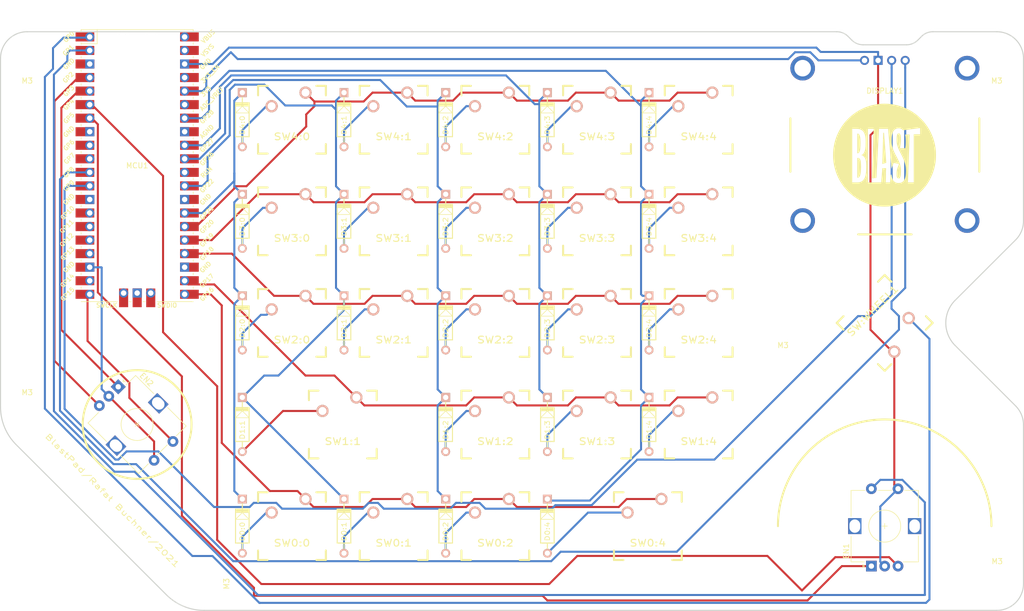
<source format=kicad_pcb>
(kicad_pcb (version 20171130) (host pcbnew "(5.1.10-1-10_14)")
  (title_block (date "3 aug 2012"))
  (layers (0 Front signal) (31 Back signal) (34 B.Paste user) (35 F.Paste user) (36 B.SilkS user) (37 F.SilkS user) (38 B.Mask user) (39 F.Mask user) (44 Edge.Cuts user))
  (net 0 "")
  (net 1 /COL0)
  (net 2 /COL1)
  (net 3 /COL2)
  (net 4 /COL3)
  (net 5 /COL4)
  (net 6 /ROW0)
  (net 7 /ROW1)
  (net 8 /ROW2)
  (net 9 /ROW3)
  (net 10 /ROW4)
  (net 11 GND)
  (net 12 VCC)
  (net 13 "Net-(D0:0-Pad1)")
  (net 14 "Net-(D0:1-Pad1)")
  (net 15 "Net-(D0:2-Pad1)")
  (net 16 "Net-(D1:2-Pad1)")
  (net 17 "Net-(D1:3-Pad1)")
  (net 18 "Net-(D1:4-Pad1)")
  (net 19 "Net-(D2:0-Pad1)")
  (net 20 "Net-(D2:1-Pad1)")
  (net 21 "Net-(D2:2-Pad1)")
  (net 22 "Net-(D2:3-Pad1)")
  (net 23 "Net-(D2:4-Pad1)")
  (net 24 "Net-(D3:0-Pad1)")
  (net 25 "Net-(D3:1-Pad1)")
  (net 26 "Net-(D3:2-Pad1)")
  (net 27 "Net-(D3:3-Pad1)")
  (net 28 "Net-(D3:4-Pad1)")
  (net 29 "Net-(D4:0-Pad1)")
  (net 30 "Net-(D4:1-Pad1)")
  (net 31 "Net-(D4:2-Pad1)")
  (net 32 "Net-(D4:3-Pad1)")
  (net 33 "Net-(D4:4-Pad1)")
  (net 34 "Net-(D0:4-Pad1)")
  (net 35 "Net-(D1:1-Pad1)")
  (net 36 /EN1_A)
  (net 37 /EN1_B)
  (net 38 /EN2_A)
  (net 39 /EN2_B)
  (net 40 "Net-(MCU1-Pad43)")
  (net 41 "Net-(MCU1-Pad42)")
  (net 42 "Net-(MCU1-Pad41)")
  (net 43 /SW_WHEEL)
  (net 44 "Net-(MCU1-Pad30)")
  (net 45 "Net-(MCU1-Pad35)")
  (net 46 "Net-(MCU1-Pad37)")
  (net 47 "Net-(MCU1-Pad39)")
  (net 48 "Net-(MCU1-Pad40)")
  (net 49 "Net-(MCU1-Pad14)")
  (net 50 /SCL)
  (net 51 /SDA)
  (net 52 "Net-(MCU1-Pad10)")
  (net 53 "Net-(MCU1-Pad9)")
  (net 54 /EN1_SW)
  (net 55 /EN2_SW)
  (net 56 "Net-(MCU1-Pad16)")
  (net 57 "Net-(MCU1-Pad15)")
  (net 58 "Net-(MCU1-Pad19)")
  (net 59 "Net-(MCU1-Pad17)")
  (module MountingHole:MountingHole_3.2mm_M3 (layer Front) (at 512.12 127.01)
    (fp_text reference M3 (at 0 -4.2) (layer F.SilkS))
    (fp_text value MountingHole_3.2mm_M3)
    (pad 1 np_thru_hole circle (at 0 0) (size 3.2 3.2) (drill 3.2) (layers *.Cu *.Mask))
  )
  (module MountingHole:MountingHole_3.2mm_M3 (layer Front) (at 363.542135 127.01 270)
    (fp_text reference M3 (at 0 -4.2 90) (layer F.SilkS))
    (fp_text value MountingHole_3.2mm_M3)
    (pad 1 np_thru_hole circle (at 0 0 270) (size 3.2 3.2) (drill 3.2) (layers *.Cu *.Mask))
  )
  (module user_footprints:DIODE (layer Front) (at 446.9 40 90)
    (fp_text reference D4:4 (at -1.016 0 90) (layer F.SilkS) (effects (font (size 0.889 1.0668) (thickness 0.14224))))
    (fp_text value D hide)
    (pad 1 thru_hole circle (at -5.08 0 90) (size 1.651 1.651) (drill 0.9906) (layers *.Cu *.SilkS *.Mask) (net 33 "Net-(D4:4-Pad1)"))
    (pad 2 thru_hole rect (at 5.08 0 90) (size 1.651 1.651) (drill 0.9906) (layers *.Cu *.SilkS *.Mask) (net 5 /COL4))
  )
  (module user_footprints:DIODE (layer Front) (at 427.85 40 90)
    (fp_text reference D4:3 (at -1.016 0 90) (layer F.SilkS) (effects (font (size 0.889 1.0668) (thickness 0.14224))))
    (fp_text value D hide)
    (pad 1 thru_hole circle (at -5.08 0 90) (size 1.651 1.651) (drill 0.9906) (layers *.Cu *.SilkS *.Mask) (net 32 "Net-(D4:3-Pad1)"))
    (pad 2 thru_hole rect (at 5.08 0 90) (size 1.651 1.651) (drill 0.9906) (layers *.Cu *.SilkS *.Mask) (net 4 /COL3))
  )
  (module user_footprints:DIODE (layer Front) (at 408.8 40 90)
    (fp_text reference D4:2 (at -1.016 0 90) (layer F.SilkS) (effects (font (size 0.889 1.0668) (thickness 0.14224))))
    (fp_text value D hide)
    (pad 1 thru_hole circle (at -5.08 0 90) (size 1.651 1.651) (drill 0.9906) (layers *.Cu *.SilkS *.Mask) (net 31 "Net-(D4:2-Pad1)"))
    (pad 2 thru_hole rect (at 5.08 0 90) (size 1.651 1.651) (drill 0.9906) (layers *.Cu *.SilkS *.Mask) (net 3 /COL2))
  )
  (module user_footprints:DIODE (layer Front) (at 389.75 40 90)
    (fp_text reference D4:1 (at -1.016 0 90) (layer F.SilkS) (effects (font (size 0.889 1.0668) (thickness 0.14224))))
    (fp_text value D hide)
    (pad 1 thru_hole circle (at -5.08 0 90) (size 1.651 1.651) (drill 0.9906) (layers *.Cu *.SilkS *.Mask) (net 30 "Net-(D4:1-Pad1)"))
    (pad 2 thru_hole rect (at 5.08 0 90) (size 1.651 1.651) (drill 0.9906) (layers *.Cu *.SilkS *.Mask) (net 2 /COL1))
  )
  (module user_footprints:DIODE (layer Front) (at 370.7 40 90)
    (fp_text reference D4:0 (at -1.016 0 90) (layer F.SilkS) (effects (font (size 0.889 1.0668) (thickness 0.14224))))
    (fp_text value D hide)
    (pad 1 thru_hole circle (at -5.08 0 90) (size 1.651 1.651) (drill 0.9906) (layers *.Cu *.SilkS *.Mask) (net 29 "Net-(D4:0-Pad1)"))
    (pad 2 thru_hole rect (at 5.08 0 90) (size 1.651 1.651) (drill 0.9906) (layers *.Cu *.SilkS *.Mask) (net 1 /COL0))
  )
  (module user_footprints:DIODE (layer Front) (at 446.9 59.05 90)
    (fp_text reference D3:4 (at -1.016 0 90) (layer F.SilkS) (effects (font (size 0.889 1.0668) (thickness 0.14224))))
    (fp_text value D hide)
    (pad 1 thru_hole circle (at -5.08 0 90) (size 1.651 1.651) (drill 0.9906) (layers *.Cu *.SilkS *.Mask) (net 28 "Net-(D3:4-Pad1)"))
    (pad 2 thru_hole rect (at 5.08 0 90) (size 1.651 1.651) (drill 0.9906) (layers *.Cu *.SilkS *.Mask) (net 5 /COL4))
  )
  (module user_footprints:DIODE (layer Front) (at 427.85 59.05 90)
    (fp_text reference D3:3 (at -1.016 0 90) (layer F.SilkS) (effects (font (size 0.889 1.0668) (thickness 0.14224))))
    (fp_text value D hide)
    (pad 1 thru_hole circle (at -5.08 0 90) (size 1.651 1.651) (drill 0.9906) (layers *.Cu *.SilkS *.Mask) (net 27 "Net-(D3:3-Pad1)"))
    (pad 2 thru_hole rect (at 5.08 0 90) (size 1.651 1.651) (drill 0.9906) (layers *.Cu *.SilkS *.Mask) (net 4 /COL3))
  )
  (module user_footprints:DIODE (layer Front) (at 408.8 59.05 90)
    (fp_text reference D3:2 (at -1.016 0 90) (layer F.SilkS) (effects (font (size 0.889 1.0668) (thickness 0.14224))))
    (fp_text value D hide)
    (pad 1 thru_hole circle (at -5.08 0 90) (size 1.651 1.651) (drill 0.9906) (layers *.Cu *.SilkS *.Mask) (net 26 "Net-(D3:2-Pad1)"))
    (pad 2 thru_hole rect (at 5.08 0 90) (size 1.651 1.651) (drill 0.9906) (layers *.Cu *.SilkS *.Mask) (net 3 /COL2))
  )
  (module user_footprints:DIODE (layer Front) (at 389.75 59.05 90)
    (fp_text reference D3:1 (at -1.016 0 90) (layer F.SilkS) (effects (font (size 0.889 1.0668) (thickness 0.14224))))
    (fp_text value D hide)
    (pad 1 thru_hole circle (at -5.08 0 90) (size 1.651 1.651) (drill 0.9906) (layers *.Cu *.SilkS *.Mask) (net 25 "Net-(D3:1-Pad1)"))
    (pad 2 thru_hole rect (at 5.08 0 90) (size 1.651 1.651) (drill 0.9906) (layers *.Cu *.SilkS *.Mask) (net 2 /COL1))
  )
  (module user_footprints:DIODE (layer Front) (at 370.7 59.05 90)
    (fp_text reference D3:0 (at -1.016 0 90) (layer F.SilkS) (effects (font (size 0.889 1.0668) (thickness 0.14224))))
    (fp_text value D hide)
    (pad 1 thru_hole circle (at -5.08 0 90) (size 1.651 1.651) (drill 0.9906) (layers *.Cu *.SilkS *.Mask) (net 24 "Net-(D3:0-Pad1)"))
    (pad 2 thru_hole rect (at 5.08 0 90) (size 1.651 1.651) (drill 0.9906) (layers *.Cu *.SilkS *.Mask) (net 1 /COL0))
  )
  (module user_footprints:DIODE (layer Front) (at 446.9 78.1 90)
    (fp_text reference D2:4 (at -1.016 0 90) (layer F.SilkS) (effects (font (size 0.889 1.0668) (thickness 0.14224))))
    (fp_text value D hide)
    (pad 1 thru_hole circle (at -5.08 0 90) (size 1.651 1.651) (drill 0.9906) (layers *.Cu *.SilkS *.Mask) (net 23 "Net-(D2:4-Pad1)"))
    (pad 2 thru_hole rect (at 5.08 0 90) (size 1.651 1.651) (drill 0.9906) (layers *.Cu *.SilkS *.Mask) (net 5 /COL4))
  )
  (module user_footprints:DIODE (layer Front) (at 427.85 78.1 90)
    (fp_text reference D2:3 (at -1.016 0 90) (layer F.SilkS) (effects (font (size 0.889 1.0668) (thickness 0.14224))))
    (fp_text value D hide)
    (pad 1 thru_hole circle (at -5.08 0 90) (size 1.651 1.651) (drill 0.9906) (layers *.Cu *.SilkS *.Mask) (net 22 "Net-(D2:3-Pad1)"))
    (pad 2 thru_hole rect (at 5.08 0 90) (size 1.651 1.651) (drill 0.9906) (layers *.Cu *.SilkS *.Mask) (net 4 /COL3))
  )
  (module user_footprints:DIODE (layer Front) (at 408.8 78.1 90)
    (fp_text reference D2:2 (at -1.016 0 90) (layer F.SilkS) (effects (font (size 0.889 1.0668) (thickness 0.14224))))
    (fp_text value D hide)
    (pad 1 thru_hole circle (at -5.08 0 90) (size 1.651 1.651) (drill 0.9906) (layers *.Cu *.SilkS *.Mask) (net 21 "Net-(D2:2-Pad1)"))
    (pad 2 thru_hole rect (at 5.08 0 90) (size 1.651 1.651) (drill 0.9906) (layers *.Cu *.SilkS *.Mask) (net 3 /COL2))
  )
  (module user_footprints:DIODE (layer Front) (at 389.75 78.1 90)
    (fp_text reference D2:1 (at -1.016 0 90) (layer F.SilkS) (effects (font (size 0.889 1.0668) (thickness 0.14224))))
    (fp_text value D hide)
    (pad 1 thru_hole circle (at -5.08 0 90) (size 1.651 1.651) (drill 0.9906) (layers *.Cu *.SilkS *.Mask) (net 20 "Net-(D2:1-Pad1)"))
    (pad 2 thru_hole rect (at 5.08 0 90) (size 1.651 1.651) (drill 0.9906) (layers *.Cu *.SilkS *.Mask) (net 2 /COL1))
  )
  (module user_footprints:DIODE (layer Front) (at 370.7 78.1 90)
    (fp_text reference D2:0 (at -1.016 0 90) (layer F.SilkS) (effects (font (size 0.889 1.0668) (thickness 0.14224))))
    (fp_text value D hide)
    (pad 1 thru_hole circle (at -5.08 0 90) (size 1.651 1.651) (drill 0.9906) (layers *.Cu *.SilkS *.Mask) (net 19 "Net-(D2:0-Pad1)"))
    (pad 2 thru_hole rect (at 5.08 0 90) (size 1.651 1.651) (drill 0.9906) (layers *.Cu *.SilkS *.Mask) (net 1 /COL0))
  )
  (module user_footprints:DIODE (layer Front) (at 446.9 97.15 90)
    (fp_text reference D1:4 (at -1.016 0 90) (layer F.SilkS) (effects (font (size 0.889 1.0668) (thickness 0.14224))))
    (fp_text value D hide)
    (pad 1 thru_hole circle (at -5.08 0 90) (size 1.651 1.651) (drill 0.9906) (layers *.Cu *.SilkS *.Mask) (net 18 "Net-(D1:4-Pad1)"))
    (pad 2 thru_hole rect (at 5.08 0 90) (size 1.651 1.651) (drill 0.9906) (layers *.Cu *.SilkS *.Mask) (net 5 /COL4))
  )
  (module user_footprints:DIODE (layer Front) (at 427.85 97.15 90)
    (fp_text reference D1:3 (at -1.016 0 90) (layer F.SilkS) (effects (font (size 0.889 1.0668) (thickness 0.14224))))
    (fp_text value D hide)
    (pad 1 thru_hole circle (at -5.08 0 90) (size 1.651 1.651) (drill 0.9906) (layers *.Cu *.SilkS *.Mask) (net 17 "Net-(D1:3-Pad1)"))
    (pad 2 thru_hole rect (at 5.08 0 90) (size 1.651 1.651) (drill 0.9906) (layers *.Cu *.SilkS *.Mask) (net 4 /COL3))
  )
  (module user_footprints:DIODE (layer Front) (at 408.8 97.15 90)
    (fp_text reference D1:2 (at -1.016 0 90) (layer F.SilkS) (effects (font (size 0.889 1.0668) (thickness 0.14224))))
    (fp_text value D hide)
    (pad 1 thru_hole circle (at -5.08 0 90) (size 1.651 1.651) (drill 0.9906) (layers *.Cu *.SilkS *.Mask) (net 16 "Net-(D1:2-Pad1)"))
    (pad 2 thru_hole rect (at 5.08 0 90) (size 1.651 1.651) (drill 0.9906) (layers *.Cu *.SilkS *.Mask) (net 3 /COL2))
  )
  (module user_footprints:DIODE (layer Front) (at 370.7 97.15 90)
    (fp_text reference D1:1 (at -1.016 0 90) (layer F.SilkS) (effects (font (size 0.889 1.0668) (thickness 0.14224))))
    (fp_text value D hide)
    (pad 1 thru_hole circle (at -5.08 0 90) (size 1.651 1.651) (drill 0.9906) (layers *.Cu *.SilkS *.Mask) (net 35 "Net-(D1:1-Pad1)"))
    (pad 2 thru_hole rect (at 5.08 0 90) (size 1.651 1.651) (drill 0.9906) (layers *.Cu *.SilkS *.Mask) (net 2 /COL1))
  )
  (module user_footprints:DIODE (layer Front) (at 427.85 116.2 90)
    (fp_text reference D0:4 (at -1.016 0 90) (layer F.SilkS) (effects (font (size 0.889 1.0668) (thickness 0.14224))))
    (fp_text value D hide)
    (pad 1 thru_hole circle (at -5.08 0 90) (size 1.651 1.651) (drill 0.9906) (layers *.Cu *.SilkS *.Mask) (net 34 "Net-(D0:4-Pad1)"))
    (pad 2 thru_hole rect (at 5.08 0 90) (size 1.651 1.651) (drill 0.9906) (layers *.Cu *.SilkS *.Mask) (net 5 /COL4))
  )
  (module user_footprints:DIODE (layer Front) (at 408.8 116.2 90)
    (fp_text reference D0:2 (at -1.016 0 90) (layer F.SilkS) (effects (font (size 0.889 1.0668) (thickness 0.14224))))
    (fp_text value D hide)
    (pad 1 thru_hole circle (at -5.08 0 90) (size 1.651 1.651) (drill 0.9906) (layers *.Cu *.SilkS *.Mask) (net 15 "Net-(D0:2-Pad1)"))
    (pad 2 thru_hole rect (at 5.08 0 90) (size 1.651 1.651) (drill 0.9906) (layers *.Cu *.SilkS *.Mask) (net 3 /COL2))
  )
  (module user_footprints:DIODE (layer Front) (at 389.75 116.2 90)
    (fp_text reference D0:1 (at -1.016 0 90) (layer F.SilkS) (effects (font (size 0.889 1.0668) (thickness 0.14224))))
    (fp_text value D hide)
    (pad 1 thru_hole circle (at -5.08 0 90) (size 1.651 1.651) (drill 0.9906) (layers *.Cu *.SilkS *.Mask) (net 14 "Net-(D0:1-Pad1)"))
    (pad 2 thru_hole rect (at 5.08 0 90) (size 1.651 1.651) (drill 0.9906) (layers *.Cu *.SilkS *.Mask) (net 2 /COL1))
  )
  (module user_footprints:DIODE (layer Front) (at 370.7 116.2 90)
    (fp_text reference D0:0 (at -1.016 0 90) (layer F.SilkS) (effects (font (size 0.889 1.0668) (thickness 0.14224))))
    (fp_text value D hide)
    (pad 1 thru_hole circle (at -5.08 0 90) (size 1.651 1.651) (drill 0.9906) (layers *.Cu *.SilkS *.Mask) (net 13 "Net-(D0:0-Pad1)"))
    (pad 2 thru_hole rect (at 5.08 0 90) (size 1.651 1.651) (drill 0.9906) (layers *.Cu *.SilkS *.Mask) (net 1 /COL0))
  )
  (module Blast_Logo:logo (layer Front) (at 491.08 46.75)
    (fp_text reference G*** hide)
    (fp_text value LOGO hide)
  )
  (module MountingHole:MountingHole_3.2mm_M3 (layer Front) (at 472 78.1 180)
    (fp_text reference M3 (at 0 -4.2) (layer F.SilkS))
    (fp_text value MountingHole_3.2mm_M3)
    (pad 1 np_thru_hole circle (at 0 0 180) (size 3.2 3.2) (drill 3.2) (layers *.Cu *.Mask))
  )
  (module MountingHole:MountingHole_3.2mm_M3 (layer Front) (at 512.05 28.5 180)
    (fp_text reference M3 (at 0 -4.2) (layer F.SilkS))
    (fp_text value MountingHole_3.2mm_M3)
    (pad 1 np_thru_hole circle (at 0 0 180) (size 3.2 3.2) (drill 3.2) (layers *.Cu *.Mask))
  )
  (module MountingHole:MountingHole_3.2mm_M3 (layer Front) (at 330.4 28.5 180)
    (fp_text reference M3 (at 0 -4.2) (layer F.SilkS))
    (fp_text value MountingHole_3.2mm_M3)
    (pad 1 np_thru_hole circle (at 0 0 180) (size 3.2 3.2) (drill 3.2) (layers *.Cu *.Mask))
  )
  (module MountingHole:MountingHole_3.2mm_M3 (layer Front) (at 330.4 95.34)
    (fp_text reference M3 (at 0 -4.2) (layer F.SilkS))
    (fp_text value MountingHole_3.2mm_M3)
    (pad 1 np_thru_hole circle (at 0 0) (size 3.2 3.2) (drill 3.2) (layers *.Cu *.Mask))
  )
  (module "user_footprints:4pin oled display 1,3" (layer Front) (at 491.08 44.75)
    (fp_text reference DISPLAY1 (at 0 -10.16) (layer F.SilkS))
    (fp_text value sh1106)
    (pad 2 thru_hole rect (at -1.27 -15.875) (size 1.7 1.7) (drill 1.02) (layers *.Cu *.Mask) (net 11 GND))
    (pad 3 thru_hole circle (at 1.27 -15.875) (size 1.7 1.7) (drill 1.02) (layers *.Cu *.Mask) (net 50 /SCL))
    (pad 4 thru_hole circle (at 3.81 -15.875) (size 1.7 1.7) (drill 1.02) (layers *.Cu *.Mask) (net 51 /SDA))
    (pad 1 thru_hole circle (at -3.81 -15.875) (size 1.7 1.7) (drill 1.02) (layers *.Cu *.Mask) (net 12 VCC))
    (pad "" np_thru_hole circle (at -15.4026 -14.417) (size 4.62 4.62) (drill 3.1) (layers *.Cu *.Mask))
    (pad "" np_thru_hole circle (at 15.4026 -14.417) (size 4.62 4.62) (drill 3.1) (layers *.Cu *.Mask))
    (pad "" np_thru_hole circle (at 15.4026 14.157) (size 4.62 4.62) (drill 3.1) (layers *.Cu *.Mask))
    (pad "" np_thru_hole circle (at -15.4026 14.157) (size 4.62 4.62) (drill 3.1) (layers *.Cu *.Mask))
  )
  (module MCU_RaspberryPi_and_Boards:RPi_Pico_SMD_TH (layer Front) (at 351 48.6)
    (fp_text reference MCU1 (at 0 0 180) (layer F.SilkS))
    (fp_text value Pico)
    (fp_text user SWDIO (at 5.6 26.2 180) (layer F.SilkS) (effects (font (size 0.8 0.8))))
    (fp_text user SWCLK (at -5.7 26.2 180) (layer F.SilkS) (effects (font (size 0.8 0.8))))
    (fp_text user AGND (at 13.054 -6.35 45) (layer F.SilkS) (effects (font (size 0.8 0.8))))
    (fp_text user GND (at 12.8 -19.05 45) (layer F.SilkS) (effects (font (size 0.8 0.8))))
    (fp_text user GND (at 12.8 6.35 45) (layer F.SilkS) (effects (font (size 0.8 0.8))))
    (fp_text user GND (at 12.8 19.05 45) (layer F.SilkS) (effects (font (size 0.8 0.8))))
    (fp_text user GND (at -12.8 19.05 45) (layer F.SilkS) (effects (font (size 0.8 0.8))))
    (fp_text user GND (at -12.8 6.35 45) (layer F.SilkS) (effects (font (size 0.8 0.8))))
    (fp_text user GND (at -12.8 -6.35 45) (layer F.SilkS) (effects (font (size 0.8 0.8))))
    (fp_text user GND (at -12.8 -19.05 45) (layer F.SilkS) (effects (font (size 0.8 0.8))))
    (fp_text user VBUS (at 13.3 -24.2 45) (layer F.SilkS) (effects (font (size 0.8 0.8))))
    (fp_text user VSYS (at 13.2 -21.59 45) (layer F.SilkS) (effects (font (size 0.8 0.8))))
    (fp_text user 3V3_EN (at 13.7 -17.2 45) (layer F.SilkS) (effects (font (size 0.8 0.8))))
    (fp_text user 3V3 (at 12.9 -13.9 45) (layer F.SilkS) (effects (font (size 0.8 0.8))))
    (fp_text user ADC_VREF (at 14 -12.5 45) (layer F.SilkS) (effects (font (size 0.8 0.8))))
    (fp_text user GP28 (at 13.054 -9.144 45) (layer F.SilkS) (effects (font (size 0.8 0.8))))
    (fp_text user GP27 (at 13.054 -3.8 45) (layer F.SilkS) (effects (font (size 0.8 0.8))))
    (fp_text user GP26 (at 13.054 -1.27 45) (layer F.SilkS) (effects (font (size 0.8 0.8))))
    (fp_text user RUN (at 13 1.27 45) (layer F.SilkS) (effects (font (size 0.8 0.8))))
    (fp_text user GP22 (at 13.054 3.81 45) (layer F.SilkS) (effects (font (size 0.8 0.8))))
    (fp_text user GP21 (at 13.054 8.9 45) (layer F.SilkS) (effects (font (size 0.8 0.8))))
    (fp_text user GP20 (at 13.054 11.43 45) (layer F.SilkS) (effects (font (size 0.8 0.8))))
    (fp_text user GP19 (at 13.054 13.97 45) (layer F.SilkS) (effects (font (size 0.8 0.8))))
    (fp_text user GP18 (at 13.054 16.51 45) (layer F.SilkS) (effects (font (size 0.8 0.8))))
    (fp_text user GP17 (at 13.054 21.59 45) (layer F.SilkS) (effects (font (size 0.8 0.8))))
    (fp_text user GP16 (at 13.054 24.13 45) (layer F.SilkS) (effects (font (size 0.8 0.8))))
    (fp_text user GP15 (at -13.054 24.13 45) (layer F.SilkS) (effects (font (size 0.8 0.8))))
    (fp_text user GP14 (at -13.1 21.59 45) (layer F.SilkS) (effects (font (size 0.8 0.8))))
    (fp_text user GP13 (at -13.054 16.51 45) (layer F.SilkS) (effects (font (size 0.8 0.8))))
    (fp_text user GP12 (at -13.2 13.97 45) (layer F.SilkS) (effects (font (size 0.8 0.8))))
    (fp_text user GP11 (at -13.2 11.43 45) (layer F.SilkS) (effects (font (size 0.8 0.8))))
    (fp_text user GP10 (at -13.054 8.89 45) (layer F.SilkS) (effects (font (size 0.8 0.8))))
    (fp_text user GP9 (at -12.8 3.81 45) (layer F.SilkS) (effects (font (size 0.8 0.8))))
    (fp_text user GP8 (at -12.8 1.27 45) (layer F.SilkS) (effects (font (size 0.8 0.8))))
    (fp_text user GP7 (at -12.7 -1.3 45) (layer F.SilkS) (effects (font (size 0.8 0.8))))
    (fp_text user GP6 (at -12.8 -3.81 45) (layer F.SilkS) (effects (font (size 0.8 0.8))))
    (fp_text user GP5 (at -12.8 -8.89 45) (layer F.SilkS) (effects (font (size 0.8 0.8))))
    (fp_text user GP4 (at -12.8 -11.43 45) (layer F.SilkS) (effects (font (size 0.8 0.8))))
    (fp_text user GP3 (at -12.8 -13.97 45) (layer F.SilkS) (effects (font (size 0.8 0.8))))
    (fp_text user GP0 (at -12.8 -24.13 45) (layer F.SilkS) (effects (font (size 0.8 0.8))))
    (fp_text user GP2 (at -12.9 -16.51 45) (layer F.SilkS) (effects (font (size 0.8 0.8))))
    (fp_text user GP1 (at -12.9 -21.6 45) (layer F.SilkS) (effects (font (size 0.8 0.8))))
    (pad 43 thru_hole oval (at 2.54 23.9) (size 1.7 1.7) (drill 1.02) (layers *.Cu *.Mask) (net 40 "Net-(MCU1-Pad43)"))
    (pad 43 smd rect (at 2.54 23.9 90) (size 3.5 1.7) (drill (offset -0.9 0)) (layers Front F.Mask) (net 40 "Net-(MCU1-Pad43)"))
    (pad 42 thru_hole rect (at 0 23.9) (size 1.7 1.7) (drill 1.02) (layers *.Cu *.Mask) (net 41 "Net-(MCU1-Pad42)"))
    (pad 42 smd rect (at 0 23.9 90) (size 3.5 1.7) (drill (offset -0.9 0)) (layers Front F.Mask) (net 41 "Net-(MCU1-Pad42)"))
    (pad 41 thru_hole oval (at -2.54 23.9) (size 1.7 1.7) (drill 1.02) (layers *.Cu *.Mask) (net 42 "Net-(MCU1-Pad41)"))
    (pad 41 smd rect (at -2.54 23.9 90) (size 3.5 1.7) (drill (offset -0.9 0)) (layers Front F.Mask) (net 42 "Net-(MCU1-Pad41)"))
    (pad "" np_thru_hole oval (at 2.425 -20.97) (size 1.5 1.5) (drill 1.5) (layers *.Cu *.Mask))
    (pad "" np_thru_hole oval (at -2.425 -20.97) (size 1.5 1.5) (drill 1.5) (layers *.Cu *.Mask))
    (pad "" np_thru_hole oval (at 2.725 -24) (size 1.8 1.8) (drill 1.8) (layers *.Cu *.Mask))
    (pad "" np_thru_hole oval (at -2.725 -24) (size 1.8 1.8) (drill 1.8) (layers *.Cu *.Mask))
    (pad 21 smd rect (at 8.89 24.13) (size 3.5 1.7) (drill (offset 0.9 0)) (layers Front F.Mask) (net 6 /ROW0))
    (pad 22 smd rect (at 8.89 21.59) (size 3.5 1.7) (drill (offset 0.9 0)) (layers Front F.Mask) (net 7 /ROW1))
    (pad 23 smd rect (at 8.89 19.05) (size 3.5 1.7) (drill (offset 0.9 0)) (layers Front F.Mask) (net 11 GND))
    (pad 24 smd rect (at 8.89 16.51) (size 3.5 1.7) (drill (offset 0.9 0)) (layers Front F.Mask) (net 8 /ROW2))
    (pad 25 smd rect (at 8.89 13.97) (size 3.5 1.7) (drill (offset 0.9 0)) (layers Front F.Mask) (net 9 /ROW3))
    (pad 26 smd rect (at 8.89 11.43) (size 3.5 1.7) (drill (offset 0.9 0)) (layers Front F.Mask) (net 10 /ROW4))
    (pad 27 smd rect (at 8.89 8.89) (size 3.5 1.7) (drill (offset 0.9 0)) (layers Front F.Mask) (net 1 /COL0))
    (pad 28 smd rect (at 8.89 6.35) (size 3.5 1.7) (drill (offset 0.9 0)) (layers Front F.Mask) (net 11 GND))
    (pad 29 smd rect (at 8.89 3.81) (size 3.5 1.7) (drill (offset 0.9 0)) (layers Front F.Mask) (net 2 /COL1))
    (pad 30 smd rect (at 8.89 1.27) (size 3.5 1.7) (drill (offset 0.9 0)) (layers Front F.Mask) (net 44 "Net-(MCU1-Pad30)"))
    (pad 31 smd rect (at 8.89 -1.27) (size 3.5 1.7) (drill (offset 0.9 0)) (layers Front F.Mask) (net 3 /COL2))
    (pad 32 smd rect (at 8.89 -3.81) (size 3.5 1.7) (drill (offset 0.9 0)) (layers Front F.Mask) (net 4 /COL3))
    (pad 33 smd rect (at 8.89 -6.35) (size 3.5 1.7) (drill (offset 0.9 0)) (layers Front F.Mask) (net 11 GND))
    (pad 34 smd rect (at 8.89 -8.89) (size 3.5 1.7) (drill (offset 0.9 0)) (layers Front F.Mask) (net 5 /COL4))
    (pad 35 smd rect (at 8.89 -11.43) (size 3.5 1.7) (drill (offset 0.9 0)) (layers Front F.Mask) (net 45 "Net-(MCU1-Pad35)"))
    (pad 36 smd rect (at 8.89 -13.97) (size 3.5 1.7) (drill (offset 0.9 0)) (layers Front F.Mask) (net 12 VCC))
    (pad 37 smd rect (at 8.89 -16.51) (size 3.5 1.7) (drill (offset 0.9 0)) (layers Front F.Mask) (net 46 "Net-(MCU1-Pad37)"))
    (pad 38 smd rect (at 8.89 -19.05) (size 3.5 1.7) (drill (offset 0.9 0)) (layers Front F.Mask) (net 11 GND))
    (pad 39 smd rect (at 8.89 -21.59) (size 3.5 1.7) (drill (offset 0.9 0)) (layers Front F.Mask) (net 47 "Net-(MCU1-Pad39)"))
    (pad 40 smd rect (at 8.89 -24.13) (size 3.5 1.7) (drill (offset 0.9 0)) (layers Front F.Mask) (net 48 "Net-(MCU1-Pad40)"))
    (pad 20 smd rect (at -8.89 24.13) (size 3.5 1.7) (drill (offset -0.9 0)) (layers Front F.Mask) (net 55 /EN2_SW))
    (pad 19 smd rect (at -8.89 21.59) (size 3.5 1.7) (drill (offset -0.9 0)) (layers Front F.Mask) (net 58 "Net-(MCU1-Pad19)"))
    (pad 18 smd rect (at -8.89 19.05) (size 3.5 1.7) (drill (offset -0.9 0)) (layers Front F.Mask) (net 11 GND))
    (pad 17 smd rect (at -8.89 16.51) (size 3.5 1.7) (drill (offset -0.9 0)) (layers Front F.Mask) (net 59 "Net-(MCU1-Pad17)"))
    (pad 16 smd rect (at -8.89 13.97) (size 3.5 1.7) (drill (offset -0.9 0)) (layers Front F.Mask) (net 56 "Net-(MCU1-Pad16)"))
    (pad 15 smd rect (at -8.89 11.43) (size 3.5 1.7) (drill (offset -0.9 0)) (layers Front F.Mask) (net 57 "Net-(MCU1-Pad15)"))
    (pad 14 smd rect (at -8.89 8.89) (size 3.5 1.7) (drill (offset -0.9 0)) (layers Front F.Mask) (net 49 "Net-(MCU1-Pad14)"))
    (pad 13 smd rect (at -8.89 6.35) (size 3.5 1.7) (drill (offset -0.9 0)) (layers Front F.Mask) (net 11 GND))
    (pad 12 smd rect (at -8.89 3.81) (size 3.5 1.7) (drill (offset -0.9 0)) (layers Front F.Mask) (net 50 /SCL))
    (pad 11 smd rect (at -8.89 1.27) (size 3.5 1.7) (drill (offset -0.9 0)) (layers Front F.Mask) (net 51 /SDA))
    (pad 10 smd rect (at -8.89 -1.27) (size 3.5 1.7) (drill (offset -0.9 0)) (layers Front F.Mask) (net 52 "Net-(MCU1-Pad10)"))
    (pad 9 smd rect (at -8.89 -3.81) (size 3.5 1.7) (drill (offset -0.9 0)) (layers Front F.Mask) (net 53 "Net-(MCU1-Pad9)"))
    (pad 8 smd rect (at -8.89 -6.35) (size 3.5 1.7) (drill (offset -0.9 0)) (layers Front F.Mask) (net 11 GND))
    (pad 7 smd rect (at -8.89 -8.89) (size 3.5 1.7) (drill (offset -0.9 0)) (layers Front F.Mask) (net 36 /EN1_A))
    (pad 6 smd rect (at -8.89 -11.43) (size 3.5 1.7) (drill (offset -0.9 0)) (layers Front F.Mask) (net 37 /EN1_B))
    (pad 5 smd rect (at -8.89 -13.97) (size 3.5 1.7) (drill (offset -0.9 0)) (layers Front F.Mask) (net 38 /EN2_A))
    (pad 4 smd rect (at -8.89 -16.51) (size 3.5 1.7) (drill (offset -0.9 0)) (layers Front F.Mask) (net 39 /EN2_B))
    (pad 3 smd rect (at -8.89 -19.05) (size 3.5 1.7) (drill (offset -0.9 0)) (layers Front F.Mask) (net 11 GND))
    (pad 2 smd rect (at -8.89 -21.59) (size 3.5 1.7) (drill (offset -0.9 0)) (layers Front F.Mask) (net 54 /EN1_SW))
    (pad 1 smd rect (at -8.89 -24.13) (size 3.5 1.7) (drill (offset -0.9 0)) (layers Front F.Mask) (net 43 /SW_WHEEL))
    (pad 40 thru_hole oval (at 8.89 -24.13) (size 1.7 1.7) (drill 1.02) (layers *.Cu *.Mask) (net 48 "Net-(MCU1-Pad40)"))
    (pad 39 thru_hole oval (at 8.89 -21.59) (size 1.7 1.7) (drill 1.02) (layers *.Cu *.Mask) (net 47 "Net-(MCU1-Pad39)"))
    (pad 38 thru_hole rect (at 8.89 -19.05) (size 1.7 1.7) (drill 1.02) (layers *.Cu *.Mask) (net 11 GND))
    (pad 37 thru_hole oval (at 8.89 -16.51) (size 1.7 1.7) (drill 1.02) (layers *.Cu *.Mask) (net 46 "Net-(MCU1-Pad37)"))
    (pad 36 thru_hole oval (at 8.89 -13.97) (size 1.7 1.7) (drill 1.02) (layers *.Cu *.Mask) (net 12 VCC))
    (pad 35 thru_hole oval (at 8.89 -11.43) (size 1.7 1.7) (drill 1.02) (layers *.Cu *.Mask) (net 45 "Net-(MCU1-Pad35)"))
    (pad 34 thru_hole oval (at 8.89 -8.89) (size 1.7 1.7) (drill 1.02) (layers *.Cu *.Mask) (net 5 /COL4))
    (pad 33 thru_hole rect (at 8.89 -6.35) (size 1.7 1.7) (drill 1.02) (layers *.Cu *.Mask) (net 11 GND))
    (pad 32 thru_hole oval (at 8.89 -3.81) (size 1.7 1.7) (drill 1.02) (layers *.Cu *.Mask) (net 4 /COL3))
    (pad 31 thru_hole oval (at 8.89 -1.27) (size 1.7 1.7) (drill 1.02) (layers *.Cu *.Mask) (net 3 /COL2))
    (pad 30 thru_hole oval (at 8.89 1.27) (size 1.7 1.7) (drill 1.02) (layers *.Cu *.Mask) (net 44 "Net-(MCU1-Pad30)"))
    (pad 29 thru_hole oval (at 8.89 3.81) (size 1.7 1.7) (drill 1.02) (layers *.Cu *.Mask) (net 2 /COL1))
    (pad 28 thru_hole rect (at 8.89 6.35) (size 1.7 1.7) (drill 1.02) (layers *.Cu *.Mask) (net 11 GND))
    (pad 27 thru_hole oval (at 8.89 8.89) (size 1.7 1.7) (drill 1.02) (layers *.Cu *.Mask) (net 1 /COL0))
    (pad 26 thru_hole oval (at 8.89 11.43) (size 1.7 1.7) (drill 1.02) (layers *.Cu *.Mask) (net 10 /ROW4))
    (pad 25 thru_hole oval (at 8.89 13.97) (size 1.7 1.7) (drill 1.02) (layers *.Cu *.Mask) (net 9 /ROW3))
    (pad 24 thru_hole oval (at 8.89 16.51) (size 1.7 1.7) (drill 1.02) (layers *.Cu *.Mask) (net 8 /ROW2))
    (pad 23 thru_hole rect (at 8.89 19.05) (size 1.7 1.7) (drill 1.02) (layers *.Cu *.Mask) (net 11 GND))
    (pad 22 thru_hole oval (at 8.89 21.59) (size 1.7 1.7) (drill 1.02) (layers *.Cu *.Mask) (net 7 /ROW1))
    (pad 21 thru_hole oval (at 8.89 24.13) (size 1.7 1.7) (drill 1.02) (layers *.Cu *.Mask) (net 6 /ROW0))
    (pad 20 thru_hole oval (at -8.89 24.13) (size 1.7 1.7) (drill 1.02) (layers *.Cu *.Mask) (net 55 /EN2_SW))
    (pad 19 thru_hole oval (at -8.89 21.59) (size 1.7 1.7) (drill 1.02) (layers *.Cu *.Mask) (net 58 "Net-(MCU1-Pad19)"))
    (pad 18 thru_hole rect (at -8.89 19.05) (size 1.7 1.7) (drill 1.02) (layers *.Cu *.Mask) (net 11 GND))
    (pad 17 thru_hole oval (at -8.89 16.51) (size 1.7 1.7) (drill 1.02) (layers *.Cu *.Mask) (net 59 "Net-(MCU1-Pad17)"))
    (pad 16 thru_hole oval (at -8.89 13.97) (size 1.7 1.7) (drill 1.02) (layers *.Cu *.Mask) (net 56 "Net-(MCU1-Pad16)"))
    (pad 15 thru_hole oval (at -8.89 11.43) (size 1.7 1.7) (drill 1.02) (layers *.Cu *.Mask) (net 57 "Net-(MCU1-Pad15)"))
    (pad 14 thru_hole oval (at -8.89 8.89) (size 1.7 1.7) (drill 1.02) (layers *.Cu *.Mask) (net 49 "Net-(MCU1-Pad14)"))
    (pad 13 thru_hole rect (at -8.89 6.35) (size 1.7 1.7) (drill 1.02) (layers *.Cu *.Mask) (net 11 GND))
    (pad 12 thru_hole oval (at -8.89 3.81) (size 1.7 1.7) (drill 1.02) (layers *.Cu *.Mask) (net 50 /SCL))
    (pad 11 thru_hole oval (at -8.89 1.27) (size 1.7 1.7) (drill 1.02) (layers *.Cu *.Mask) (net 51 /SDA))
    (pad 10 thru_hole oval (at -8.89 -1.27) (size 1.7 1.7) (drill 1.02) (layers *.Cu *.Mask) (net 52 "Net-(MCU1-Pad10)"))
    (pad 9 thru_hole oval (at -8.89 -3.81) (size 1.7 1.7) (drill 1.02) (layers *.Cu *.Mask) (net 53 "Net-(MCU1-Pad9)"))
    (pad 8 thru_hole rect (at -8.89 -6.35) (size 1.7 1.7) (drill 1.02) (layers *.Cu *.Mask) (net 11 GND))
    (pad 7 thru_hole oval (at -8.89 -8.89) (size 1.7 1.7) (drill 1.02) (layers *.Cu *.Mask) (net 36 /EN1_A))
    (pad 6 thru_hole oval (at -8.89 -11.43) (size 1.7 1.7) (drill 1.02) (layers *.Cu *.Mask) (net 37 /EN1_B))
    (pad 5 thru_hole oval (at -8.89 -13.97) (size 1.7 1.7) (drill 1.02) (layers *.Cu *.Mask) (net 38 /EN2_A))
    (pad 4 thru_hole oval (at -8.89 -16.51) (size 1.7 1.7) (drill 1.02) (layers *.Cu *.Mask) (net 39 /EN2_B))
    (pad 3 thru_hole rect (at -8.89 -19.05) (size 1.7 1.7) (drill 1.02) (layers *.Cu *.Mask) (net 11 GND))
    (pad 2 thru_hole oval (at -8.89 -21.59) (size 1.7 1.7) (drill 1.02) (layers *.Cu *.Mask) (net 54 /EN1_SW))
    (pad 1 thru_hole oval (at -8.89 -24.13) (size 1.7 1.7) (drill 1.02) (layers *.Cu *.Mask) (net 43 /SW_WHEEL))
  )
  (module footprints:CHERRY_PCB_100H (layer Front) (at 380 116.2)
    (fp_text reference SW0:0 (at 0 3.175) (layer F.SilkS) (effects (font (size 1.27 1.524) (thickness 0.2032))))
    (fp_text value CTRL hide)
    (pad HOLE np_thru_hole circle (at 5.08 0) (size 1.7018 1.7018) (drill 1.7018) (layers *.Cu))
    (pad HOLE np_thru_hole circle (at -5.08 0) (size 1.7018 1.7018) (drill 1.7018) (layers *.Cu))
    (pad HOLE np_thru_hole circle (at 0 0) (size 3.9878 3.9878) (drill 3.9878) (layers *.Cu))
    (pad 2 thru_hole circle (at -3.81 -2.54) (size 2.286 2.286) (drill 1.4986) (layers *.Cu *.SilkS *.Mask) (net 13 "Net-(D0:0-Pad1)"))
    (pad 1 thru_hole circle (at 2.54 -5.08) (size 2.286 2.286) (drill 1.4986) (layers *.Cu *.SilkS *.Mask) (net 6 /ROW0))
  )
  (module footprints:CHERRY_PCB_100H (layer Front) (at 399.05 116.2)
    (fp_text reference SW0:1 (at 0 3.175) (layer F.SilkS) (effects (font (size 1.27 1.524) (thickness 0.2032))))
    (fp_text value SUPER hide)
    (pad HOLE np_thru_hole circle (at 5.08 0) (size 1.7018 1.7018) (drill 1.7018) (layers *.Cu))
    (pad HOLE np_thru_hole circle (at -5.08 0) (size 1.7018 1.7018) (drill 1.7018) (layers *.Cu))
    (pad HOLE np_thru_hole circle (at 0 0) (size 3.9878 3.9878) (drill 3.9878) (layers *.Cu))
    (pad 2 thru_hole circle (at -3.81 -2.54) (size 2.286 2.286) (drill 1.4986) (layers *.Cu *.SilkS *.Mask) (net 14 "Net-(D0:1-Pad1)"))
    (pad 1 thru_hole circle (at 2.54 -5.08) (size 2.286 2.286) (drill 1.4986) (layers *.Cu *.SilkS *.Mask) (net 6 /ROW0))
  )
  (module footprints:CHERRY_PCB_100H (layer Front) (at 418.1 116.2)
    (fp_text reference SW0:2 (at 0 3.175) (layer F.SilkS) (effects (font (size 1.27 1.524) (thickness 0.2032))))
    (fp_text value ALT hide)
    (pad HOLE np_thru_hole circle (at 5.08 0) (size 1.7018 1.7018) (drill 1.7018) (layers *.Cu))
    (pad HOLE np_thru_hole circle (at -5.08 0) (size 1.7018 1.7018) (drill 1.7018) (layers *.Cu))
    (pad HOLE np_thru_hole circle (at 0 0) (size 3.9878 3.9878) (drill 3.9878) (layers *.Cu))
    (pad 2 thru_hole circle (at -3.81 -2.54) (size 2.286 2.286) (drill 1.4986) (layers *.Cu *.SilkS *.Mask) (net 15 "Net-(D0:2-Pad1)"))
    (pad 1 thru_hole circle (at 2.54 -5.08) (size 2.286 2.286) (drill 1.4986) (layers *.Cu *.SilkS *.Mask) (net 6 /ROW0))
  )
  (module footprints:CHERRY_PCB_200H (layer Front) (at 446.675 116.2)
    (fp_text reference SW0:4 (at 0 3.175) (layer F.SilkS) (effects (font (size 1.27 1.524) (thickness 0.2032))))
    (fp_text value SPACE hide)
    (pad HOLE np_thru_hole circle (at 11.938 8.255) (size 3.9878 3.9878) (drill 3.9878) (layers *.Cu))
    (pad HOLE np_thru_hole circle (at -11.938 8.255) (size 3.9878 3.9878) (drill 3.9878) (layers *.Cu))
    (pad HOLE np_thru_hole circle (at 11.938 -6.985) (size 3.048 3.048) (drill 3.048) (layers *.Cu))
    (pad HOLE np_thru_hole circle (at -11.938 -6.985) (size 3.048 3.048) (drill 3.048) (layers *.Cu))
    (pad HOLE np_thru_hole circle (at 5.08 0) (size 1.7018 1.7018) (drill 1.7018) (layers *.Cu))
    (pad HOLE np_thru_hole circle (at -5.08 0) (size 1.7018 1.7018) (drill 1.7018) (layers *.Cu))
    (pad HOLE np_thru_hole circle (at 0 0) (size 3.9878 3.9878) (drill 3.9878) (layers *.Cu))
    (pad 2 thru_hole circle (at -3.81 -2.54) (size 2.286 2.286) (drill 1.4986) (layers *.Cu *.SilkS *.Mask) (net 34 "Net-(D0:4-Pad1)"))
    (pad 1 thru_hole circle (at 2.54 -5.08) (size 2.286 2.286) (drill 1.4986) (layers *.Cu *.SilkS *.Mask) (net 6 /ROW0))
  )
  (module footprints:CHERRY_PCB_200H (layer Front) (at 389.525 97.15)
    (fp_text reference SW1:1 (at 0 3.175) (layer F.SilkS) (effects (font (size 1.27 1.524) (thickness 0.2032))))
    (fp_text value SHIFT hide)
    (pad HOLE np_thru_hole circle (at 11.938 8.255) (size 3.9878 3.9878) (drill 3.9878) (layers *.Cu))
    (pad HOLE np_thru_hole circle (at -11.938 8.255) (size 3.9878 3.9878) (drill 3.9878) (layers *.Cu))
    (pad HOLE np_thru_hole circle (at 11.938 -6.985) (size 3.048 3.048) (drill 3.048) (layers *.Cu))
    (pad HOLE np_thru_hole circle (at -11.938 -6.985) (size 3.048 3.048) (drill 3.048) (layers *.Cu))
    (pad HOLE np_thru_hole circle (at 5.08 0) (size 1.7018 1.7018) (drill 1.7018) (layers *.Cu))
    (pad HOLE np_thru_hole circle (at -5.08 0) (size 1.7018 1.7018) (drill 1.7018) (layers *.Cu))
    (pad HOLE np_thru_hole circle (at 0 0) (size 3.9878 3.9878) (drill 3.9878) (layers *.Cu))
    (pad 2 thru_hole circle (at -3.81 -2.54) (size 2.286 2.286) (drill 1.4986) (layers *.Cu *.SilkS *.Mask) (net 35 "Net-(D1:1-Pad1)"))
    (pad 1 thru_hole circle (at 2.54 -5.08) (size 2.286 2.286) (drill 1.4986) (layers *.Cu *.SilkS *.Mask) (net 7 /ROW1))
  )
  (module footprints:CHERRY_PCB_100H (layer Front) (at 418.1 97.15)
    (fp_text reference SW1:2 (at 0 3.175) (layer F.SilkS) (effects (font (size 1.27 1.524) (thickness 0.2032))))
    (fp_text value Z hide)
    (pad HOLE np_thru_hole circle (at 5.08 0) (size 1.7018 1.7018) (drill 1.7018) (layers *.Cu))
    (pad HOLE np_thru_hole circle (at -5.08 0) (size 1.7018 1.7018) (drill 1.7018) (layers *.Cu))
    (pad HOLE np_thru_hole circle (at 0 0) (size 3.9878 3.9878) (drill 3.9878) (layers *.Cu))
    (pad 2 thru_hole circle (at -3.81 -2.54) (size 2.286 2.286) (drill 1.4986) (layers *.Cu *.SilkS *.Mask) (net 16 "Net-(D1:2-Pad1)"))
    (pad 1 thru_hole circle (at 2.54 -5.08) (size 2.286 2.286) (drill 1.4986) (layers *.Cu *.SilkS *.Mask) (net 7 /ROW1))
  )
  (module footprints:CHERRY_PCB_100H (layer Front) (at 437.15 97.15)
    (fp_text reference SW1:3 (at 0 3.175) (layer F.SilkS) (effects (font (size 1.27 1.524) (thickness 0.2032))))
    (fp_text value X hide)
    (pad HOLE np_thru_hole circle (at 5.08 0) (size 1.7018 1.7018) (drill 1.7018) (layers *.Cu))
    (pad HOLE np_thru_hole circle (at -5.08 0) (size 1.7018 1.7018) (drill 1.7018) (layers *.Cu))
    (pad HOLE np_thru_hole circle (at 0 0) (size 3.9878 3.9878) (drill 3.9878) (layers *.Cu))
    (pad 2 thru_hole circle (at -3.81 -2.54) (size 2.286 2.286) (drill 1.4986) (layers *.Cu *.SilkS *.Mask) (net 17 "Net-(D1:3-Pad1)"))
    (pad 1 thru_hole circle (at 2.54 -5.08) (size 2.286 2.286) (drill 1.4986) (layers *.Cu *.SilkS *.Mask) (net 7 /ROW1))
  )
  (module footprints:CHERRY_PCB_100H (layer Front) (at 456.2 97.15)
    (fp_text reference SW1:4 (at 0 3.175) (layer F.SilkS) (effects (font (size 1.27 1.524) (thickness 0.2032))))
    (fp_text value C hide)
    (pad HOLE np_thru_hole circle (at 5.08 0) (size 1.7018 1.7018) (drill 1.7018) (layers *.Cu))
    (pad HOLE np_thru_hole circle (at -5.08 0) (size 1.7018 1.7018) (drill 1.7018) (layers *.Cu))
    (pad HOLE np_thru_hole circle (at 0 0) (size 3.9878 3.9878) (drill 3.9878) (layers *.Cu))
    (pad 2 thru_hole circle (at -3.81 -2.54) (size 2.286 2.286) (drill 1.4986) (layers *.Cu *.SilkS *.Mask) (net 18 "Net-(D1:4-Pad1)"))
    (pad 1 thru_hole circle (at 2.54 -5.08) (size 2.286 2.286) (drill 1.4986) (layers *.Cu *.SilkS *.Mask) (net 7 /ROW1))
  )
  (module footprints:CHERRY_PCB_100H (layer Front) (at 380 78.1)
    (fp_text reference SW2:0 (at 0 3.175) (layer F.SilkS) (effects (font (size 1.27 1.524) (thickness 0.2032))))
    (fp_text value CAPS hide)
    (pad HOLE np_thru_hole circle (at 5.08 0) (size 1.7018 1.7018) (drill 1.7018) (layers *.Cu))
    (pad HOLE np_thru_hole circle (at -5.08 0) (size 1.7018 1.7018) (drill 1.7018) (layers *.Cu))
    (pad HOLE np_thru_hole circle (at 0 0) (size 3.9878 3.9878) (drill 3.9878) (layers *.Cu))
    (pad 2 thru_hole circle (at -3.81 -2.54) (size 2.286 2.286) (drill 1.4986) (layers *.Cu *.SilkS *.Mask) (net 19 "Net-(D2:0-Pad1)"))
    (pad 1 thru_hole circle (at 2.54 -5.08) (size 2.286 2.286) (drill 1.4986) (layers *.Cu *.SilkS *.Mask) (net 8 /ROW2))
  )
  (module footprints:CHERRY_PCB_100H (layer Front) (at 399.05 78.1)
    (fp_text reference SW2:1 (at 0 3.175) (layer F.SilkS) (effects (font (size 1.27 1.524) (thickness 0.2032))))
    (fp_text value A hide)
    (pad HOLE np_thru_hole circle (at 5.08 0) (size 1.7018 1.7018) (drill 1.7018) (layers *.Cu))
    (pad HOLE np_thru_hole circle (at -5.08 0) (size 1.7018 1.7018) (drill 1.7018) (layers *.Cu))
    (pad HOLE np_thru_hole circle (at 0 0) (size 3.9878 3.9878) (drill 3.9878) (layers *.Cu))
    (pad 2 thru_hole circle (at -3.81 -2.54) (size 2.286 2.286) (drill 1.4986) (layers *.Cu *.SilkS *.Mask) (net 20 "Net-(D2:1-Pad1)"))
    (pad 1 thru_hole circle (at 2.54 -5.08) (size 2.286 2.286) (drill 1.4986) (layers *.Cu *.SilkS *.Mask) (net 8 /ROW2))
  )
  (module footprints:CHERRY_PCB_100H (layer Front) (at 418.1 78.1)
    (fp_text reference SW2:2 (at 0 3.175) (layer F.SilkS) (effects (font (size 1.27 1.524) (thickness 0.2032))))
    (fp_text value S hide)
    (pad HOLE np_thru_hole circle (at 5.08 0) (size 1.7018 1.7018) (drill 1.7018) (layers *.Cu))
    (pad HOLE np_thru_hole circle (at -5.08 0) (size 1.7018 1.7018) (drill 1.7018) (layers *.Cu))
    (pad HOLE np_thru_hole circle (at 0 0) (size 3.9878 3.9878) (drill 3.9878) (layers *.Cu))
    (pad 2 thru_hole circle (at -3.81 -2.54) (size 2.286 2.286) (drill 1.4986) (layers *.Cu *.SilkS *.Mask) (net 21 "Net-(D2:2-Pad1)"))
    (pad 1 thru_hole circle (at 2.54 -5.08) (size 2.286 2.286) (drill 1.4986) (layers *.Cu *.SilkS *.Mask) (net 8 /ROW2))
  )
  (module footprints:CHERRY_PCB_100H (layer Front) (at 437.15 78.1)
    (fp_text reference SW2:3 (at 0 3.175) (layer F.SilkS) (effects (font (size 1.27 1.524) (thickness 0.2032))))
    (fp_text value D hide)
    (pad HOLE np_thru_hole circle (at 5.08 0) (size 1.7018 1.7018) (drill 1.7018) (layers *.Cu))
    (pad HOLE np_thru_hole circle (at -5.08 0) (size 1.7018 1.7018) (drill 1.7018) (layers *.Cu))
    (pad HOLE np_thru_hole circle (at 0 0) (size 3.9878 3.9878) (drill 3.9878) (layers *.Cu))
    (pad 2 thru_hole circle (at -3.81 -2.54) (size 2.286 2.286) (drill 1.4986) (layers *.Cu *.SilkS *.Mask) (net 22 "Net-(D2:3-Pad1)"))
    (pad 1 thru_hole circle (at 2.54 -5.08) (size 2.286 2.286) (drill 1.4986) (layers *.Cu *.SilkS *.Mask) (net 8 /ROW2))
  )
  (module footprints:CHERRY_PCB_100H (layer Front) (at 456.2 78.1)
    (fp_text reference SW2:4 (at 0 3.175) (layer F.SilkS) (effects (font (size 1.27 1.524) (thickness 0.2032))))
    (fp_text value F hide)
    (pad HOLE np_thru_hole circle (at 5.08 0) (size 1.7018 1.7018) (drill 1.7018) (layers *.Cu))
    (pad HOLE np_thru_hole circle (at -5.08 0) (size 1.7018 1.7018) (drill 1.7018) (layers *.Cu))
    (pad HOLE np_thru_hole circle (at 0 0) (size 3.9878 3.9878) (drill 3.9878) (layers *.Cu))
    (pad 2 thru_hole circle (at -3.81 -2.54) (size 2.286 2.286) (drill 1.4986) (layers *.Cu *.SilkS *.Mask) (net 23 "Net-(D2:4-Pad1)"))
    (pad 1 thru_hole circle (at 2.54 -5.08) (size 2.286 2.286) (drill 1.4986) (layers *.Cu *.SilkS *.Mask) (net 8 /ROW2))
  )
  (module footprints:CHERRY_PCB_100H (layer Front) (at 380 59.05)
    (fp_text reference SW3:0 (at 0 3.175) (layer F.SilkS) (effects (font (size 1.27 1.524) (thickness 0.2032))))
    (fp_text value TAB hide)
    (pad HOLE np_thru_hole circle (at 5.08 0) (size 1.7018 1.7018) (drill 1.7018) (layers *.Cu))
    (pad HOLE np_thru_hole circle (at -5.08 0) (size 1.7018 1.7018) (drill 1.7018) (layers *.Cu))
    (pad HOLE np_thru_hole circle (at 0 0) (size 3.9878 3.9878) (drill 3.9878) (layers *.Cu))
    (pad 2 thru_hole circle (at -3.81 -2.54) (size 2.286 2.286) (drill 1.4986) (layers *.Cu *.SilkS *.Mask) (net 24 "Net-(D3:0-Pad1)"))
    (pad 1 thru_hole circle (at 2.54 -5.08) (size 2.286 2.286) (drill 1.4986) (layers *.Cu *.SilkS *.Mask) (net 9 /ROW3))
  )
  (module footprints:CHERRY_PCB_100H (layer Front) (at 399.05 59.05)
    (fp_text reference SW3:1 (at 0 3.175) (layer F.SilkS) (effects (font (size 1.27 1.524) (thickness 0.2032))))
    (fp_text value Q hide)
    (pad HOLE np_thru_hole circle (at 5.08 0) (size 1.7018 1.7018) (drill 1.7018) (layers *.Cu))
    (pad HOLE np_thru_hole circle (at -5.08 0) (size 1.7018 1.7018) (drill 1.7018) (layers *.Cu))
    (pad HOLE np_thru_hole circle (at 0 0) (size 3.9878 3.9878) (drill 3.9878) (layers *.Cu))
    (pad 2 thru_hole circle (at -3.81 -2.54) (size 2.286 2.286) (drill 1.4986) (layers *.Cu *.SilkS *.Mask) (net 25 "Net-(D3:1-Pad1)"))
    (pad 1 thru_hole circle (at 2.54 -5.08) (size 2.286 2.286) (drill 1.4986) (layers *.Cu *.SilkS *.Mask) (net 9 /ROW3))
  )
  (module footprints:CHERRY_PCB_100H (layer Front) (at 418.1 59.05)
    (fp_text reference SW3:2 (at 0 3.175) (layer F.SilkS) (effects (font (size 1.27 1.524) (thickness 0.2032))))
    (fp_text value W hide)
    (pad HOLE np_thru_hole circle (at 5.08 0) (size 1.7018 1.7018) (drill 1.7018) (layers *.Cu))
    (pad HOLE np_thru_hole circle (at -5.08 0) (size 1.7018 1.7018) (drill 1.7018) (layers *.Cu))
    (pad HOLE np_thru_hole circle (at 0 0) (size 3.9878 3.9878) (drill 3.9878) (layers *.Cu))
    (pad 2 thru_hole circle (at -3.81 -2.54) (size 2.286 2.286) (drill 1.4986) (layers *.Cu *.SilkS *.Mask) (net 26 "Net-(D3:2-Pad1)"))
    (pad 1 thru_hole circle (at 2.54 -5.08) (size 2.286 2.286) (drill 1.4986) (layers *.Cu *.SilkS *.Mask) (net 9 /ROW3))
  )
  (module footprints:CHERRY_PCB_100H (layer Front) (at 437.15 59.05)
    (fp_text reference SW3:3 (at 0 3.175) (layer F.SilkS) (effects (font (size 1.27 1.524) (thickness 0.2032))))
    (fp_text value E hide)
    (pad HOLE np_thru_hole circle (at 5.08 0) (size 1.7018 1.7018) (drill 1.7018) (layers *.Cu))
    (pad HOLE np_thru_hole circle (at -5.08 0) (size 1.7018 1.7018) (drill 1.7018) (layers *.Cu))
    (pad HOLE np_thru_hole circle (at 0 0) (size 3.9878 3.9878) (drill 3.9878) (layers *.Cu))
    (pad 2 thru_hole circle (at -3.81 -2.54) (size 2.286 2.286) (drill 1.4986) (layers *.Cu *.SilkS *.Mask) (net 27 "Net-(D3:3-Pad1)"))
    (pad 1 thru_hole circle (at 2.54 -5.08) (size 2.286 2.286) (drill 1.4986) (layers *.Cu *.SilkS *.Mask) (net 9 /ROW3))
  )
  (module footprints:CHERRY_PCB_100H (layer Front) (at 456.2 59.05)
    (fp_text reference SW3:4 (at 0 3.175) (layer F.SilkS) (effects (font (size 1.27 1.524) (thickness 0.2032))))
    (fp_text value R hide)
    (pad HOLE np_thru_hole circle (at 5.08 0) (size 1.7018 1.7018) (drill 1.7018) (layers *.Cu))
    (pad HOLE np_thru_hole circle (at -5.08 0) (size 1.7018 1.7018) (drill 1.7018) (layers *.Cu))
    (pad HOLE np_thru_hole circle (at 0 0) (size 3.9878 3.9878) (drill 3.9878) (layers *.Cu))
    (pad 2 thru_hole circle (at -3.81 -2.54) (size 2.286 2.286) (drill 1.4986) (layers *.Cu *.SilkS *.Mask) (net 28 "Net-(D3:4-Pad1)"))
    (pad 1 thru_hole circle (at 2.54 -5.08) (size 2.286 2.286) (drill 1.4986) (layers *.Cu *.SilkS *.Mask) (net 9 /ROW3))
  )
  (module footprints:CHERRY_PCB_100H (layer Front) (at 380 40)
    (fp_text reference SW4:0 (at 0 3.175) (layer F.SilkS) (effects (font (size 1.27 1.524) (thickness 0.2032))))
    (fp_text value TILDE hide)
    (pad HOLE np_thru_hole circle (at 5.08 0) (size 1.7018 1.7018) (drill 1.7018) (layers *.Cu))
    (pad HOLE np_thru_hole circle (at -5.08 0) (size 1.7018 1.7018) (drill 1.7018) (layers *.Cu))
    (pad HOLE np_thru_hole circle (at 0 0) (size 3.9878 3.9878) (drill 3.9878) (layers *.Cu))
    (pad 2 thru_hole circle (at -3.81 -2.54) (size 2.286 2.286) (drill 1.4986) (layers *.Cu *.SilkS *.Mask) (net 29 "Net-(D4:0-Pad1)"))
    (pad 1 thru_hole circle (at 2.54 -5.08) (size 2.286 2.286) (drill 1.4986) (layers *.Cu *.SilkS *.Mask) (net 10 /ROW4))
  )
  (module footprints:CHERRY_PCB_100H (layer Front) (at 399.05 40)
    (fp_text reference SW4:1 (at 0 3.175) (layer F.SilkS) (effects (font (size 1.27 1.524) (thickness 0.2032))))
    (fp_text value 1 hide)
    (pad HOLE np_thru_hole circle (at 5.08 0) (size 1.7018 1.7018) (drill 1.7018) (layers *.Cu))
    (pad HOLE np_thru_hole circle (at -5.08 0) (size 1.7018 1.7018) (drill 1.7018) (layers *.Cu))
    (pad HOLE np_thru_hole circle (at 0 0) (size 3.9878 3.9878) (drill 3.9878) (layers *.Cu))
    (pad 2 thru_hole circle (at -3.81 -2.54) (size 2.286 2.286) (drill 1.4986) (layers *.Cu *.SilkS *.Mask) (net 30 "Net-(D4:1-Pad1)"))
    (pad 1 thru_hole circle (at 2.54 -5.08) (size 2.286 2.286) (drill 1.4986) (layers *.Cu *.SilkS *.Mask) (net 10 /ROW4))
  )
  (module footprints:CHERRY_PCB_100H (layer Front) (at 418.1 40)
    (fp_text reference SW4:2 (at 0 3.175) (layer F.SilkS) (effects (font (size 1.27 1.524) (thickness 0.2032))))
    (fp_text value 2 hide)
    (pad HOLE np_thru_hole circle (at 5.08 0) (size 1.7018 1.7018) (drill 1.7018) (layers *.Cu))
    (pad HOLE np_thru_hole circle (at -5.08 0) (size 1.7018 1.7018) (drill 1.7018) (layers *.Cu))
    (pad HOLE np_thru_hole circle (at 0 0) (size 3.9878 3.9878) (drill 3.9878) (layers *.Cu))
    (pad 2 thru_hole circle (at -3.81 -2.54) (size 2.286 2.286) (drill 1.4986) (layers *.Cu *.SilkS *.Mask) (net 31 "Net-(D4:2-Pad1)"))
    (pad 1 thru_hole circle (at 2.54 -5.08) (size 2.286 2.286) (drill 1.4986) (layers *.Cu *.SilkS *.Mask) (net 10 /ROW4))
  )
  (module footprints:CHERRY_PCB_100H (layer Front) (at 437.15 40)
    (fp_text reference SW4:3 (at 0 3.175) (layer F.SilkS) (effects (font (size 1.27 1.524) (thickness 0.2032))))
    (fp_text value 3 hide)
    (pad HOLE np_thru_hole circle (at 5.08 0) (size 1.7018 1.7018) (drill 1.7018) (layers *.Cu))
    (pad HOLE np_thru_hole circle (at -5.08 0) (size 1.7018 1.7018) (drill 1.7018) (layers *.Cu))
    (pad HOLE np_thru_hole circle (at 0 0) (size 3.9878 3.9878) (drill 3.9878) (layers *.Cu))
    (pad 2 thru_hole circle (at -3.81 -2.54) (size 2.286 2.286) (drill 1.4986) (layers *.Cu *.SilkS *.Mask) (net 32 "Net-(D4:3-Pad1)"))
    (pad 1 thru_hole circle (at 2.54 -5.08) (size 2.286 2.286) (drill 1.4986) (layers *.Cu *.SilkS *.Mask) (net 10 /ROW4))
  )
  (module footprints:CHERRY_PCB_100H (layer Front) (at 456.2 40)
    (fp_text reference SW4:4 (at 0 3.175) (layer F.SilkS) (effects (font (size 1.27 1.524) (thickness 0.2032))))
    (fp_text value 4 hide)
    (pad HOLE np_thru_hole circle (at 5.08 0) (size 1.7018 1.7018) (drill 1.7018) (layers *.Cu))
    (pad HOLE np_thru_hole circle (at -5.08 0) (size 1.7018 1.7018) (drill 1.7018) (layers *.Cu))
    (pad HOLE np_thru_hole circle (at 0 0) (size 3.9878 3.9878) (drill 3.9878) (layers *.Cu))
    (pad 2 thru_hole circle (at -3.81 -2.54) (size 2.286 2.286) (drill 1.4986) (layers *.Cu *.SilkS *.Mask) (net 33 "Net-(D4:4-Pad1)"))
    (pad 1 thru_hole circle (at 2.54 -5.08) (size 2.286 2.286) (drill 1.4986) (layers *.Cu *.SilkS *.Mask) (net 10 /ROW4))
  )
  (module footprints:CHERRY_PCB_100H (layer Front) (at 491.05 78.1 225)
    (fp_text reference SW:WHEEL1 (at 0 3.175 45) (layer F.SilkS) (effects (font (size 1.27 1.524) (thickness 0.2032))))
    (fp_text value "wheel switch" hide)
    (pad HOLE np_thru_hole circle (at 5.08 0 225) (size 1.7018 1.7018) (drill 1.7018) (layers *.Cu))
    (pad HOLE np_thru_hole circle (at -5.08 0 225) (size 1.7018 1.7018) (drill 1.7018) (layers *.Cu))
    (pad "" np_thru_hole circle (at 0 0 225) (size 3.9878 3.9878) (drill 3.9878) (layers *.Cu))
    (pad 2 thru_hole circle (at -3.81 -2.54 225) (size 2.286 2.286) (drill 1.4986) (layers *.Cu *.SilkS *.Mask) (net 43 /SW_WHEEL))
    (pad 1 thru_hole circle (at 2.54 -5.08 225) (size 2.286 2.286) (drill 1.4986) (layers *.Cu *.SilkS *.Mask) (net 11 GND))
  )
  (module Rotary_Encoder:RotaryEncoder_Alps_EC12E-Switch_Vertical_H20mm (layer Front) (at 488.55 123.7 90)
    (fp_text reference EN1 (at 2.8 -4.7 90) (layer F.SilkS))
    (fp_text value Rotary_Encoder_Switch)
    (pad A thru_hole rect (at 0 0 90) (size 2 2) (drill 1) (layers *.Cu *.Mask) (net 36 /EN1_A))
    (pad C thru_hole circle (at 0 2.5 90) (size 2 2) (drill 1) (layers *.Cu *.Mask) (net 11 GND))
    (pad B thru_hole circle (at 0 5 90) (size 2 2) (drill 1) (layers *.Cu *.Mask) (net 37 /EN1_B))
    (pad MP thru_hole rect (at 7.5 -3.1 90) (size 3 2.5) (drill oval 2.5 2) (layers *.Cu *.Mask))
    (pad MP thru_hole rect (at 7.5 8.1 90) (size 3 2.5) (drill oval 2.5 2) (layers *.Cu *.Mask))
    (pad S1 thru_hole circle (at 14.5 0 90) (size 2 2) (drill 1) (layers *.Cu *.Mask) (net 54 /EN1_SW))
    (pad S2 thru_hole circle (at 14.5 5 90) (size 2 2) (drill 1) (layers *.Cu *.Mask) (net 11 GND))
  )
  (module Rotary_Encoder:RotaryEncoder_Alps_EC12E-Switch_Vertical_H20mm (layer Front) (at 347.45 90.075 315)
    (fp_text reference EN2 (at 2.8 -4.7 135) (layer F.SilkS))
    (fp_text value Rotary_Encoder_Switch)
    (pad A thru_hole rect (at 0 0 315) (size 2 2) (drill 1) (layers *.Cu *.Mask) (net 38 /EN2_A))
    (pad C thru_hole circle (at 0 2.5 315) (size 2 2) (drill 1) (layers *.Cu *.Mask) (net 11 GND))
    (pad B thru_hole circle (at 0 5 315) (size 2 2) (drill 1) (layers *.Cu *.Mask) (net 39 /EN2_B))
    (pad MP thru_hole rect (at 7.5 -3.1 315) (size 3 2.5) (drill oval 2.5 2) (layers *.Cu *.Mask))
    (pad MP thru_hole rect (at 7.5 8.1 315) (size 3 2.5) (drill oval 2.5 2) (layers *.Cu *.Mask))
    (pad S1 thru_hole circle (at 14.5 0 315) (size 2 2) (drill 1) (layers *.Cu *.Mask) (net 55 /EN2_SW))
    (pad S2 thru_hole circle (at 14.5 5 315) (size 2 2) (drill 1) (layers *.Cu *.Mask) (net 11 GND))
  )
  (gr_line (start 325.4 28.5) (end 325.4 93.857865) (layer Edge.Cuts) (width 0.2))
  (gr_arc (start 330.4 28.5) (end 330.4 23.499999) (angle -90) (layer Edge.Cuts) (width 0.2))
  (gr_arc (start 512.047844 97.20801) (end 517.047844 97.207648) (angle -44.99842118) (layer Edge.Cuts) (width 0.2))
  (gr_line (start 517.049999 127.000001) (end 517.047844 97.207648) (layer Edge.Cuts) (width 0.2))
  (gr_arc (start 335.4 93.857865) (end 325.4 93.857865) (angle -45) (layer Edge.Cuts) (width 0.2))
  (gr_arc (start 363.542135 122.000001) (end 356.471067 129.071068) (angle -45) (layer Edge.Cuts) (width 0.2))
  (gr_arc (start 508.494009 78.098842) (end 504.251942 73.855628) (angle -89.99996624) (layer Edge.Cuts) (width 0.2))
  (gr_line (start 515.583219 93.672317) (end 504.250792 82.340906) (layer Edge.Cuts) (width 0.2))
  (gr_line (start 484.881419 25.07182) (end 484.188278 24.378679) (layer Edge.Cuts) (width 0.2))
  (gr_arc (start 487.002739 22.9505) (end 484.881419 25.07182) (angle -45) (layer Edge.Cuts) (width 0.2))
  (gr_line (start 495.13746 25.9505) (end 487.002739 25.9505) (layer Edge.Cuts) (width 0.2))
  (gr_arc (start 495.13746 22.9505) (end 495.13746 25.9505) (angle -45) (layer Edge.Cuts) (width 0.2))
  (gr_line (start 497.951921 24.378679) (end 497.25878 25.07182) (layer Edge.Cuts) (width 0.2))
  (gr_arc (start 500.073241 26.5) (end 500.073241 23.5) (angle -45) (layer Edge.Cuts) (width 0.2))
  (gr_line (start 512.049999 23.5) (end 500.073241 23.5) (layer Edge.Cuts) (width 0.2))
  (gr_arc (start 512.049999 28.5) (end 517.049999 28.5) (angle -90) (layer Edge.Cuts) (width 0.2))
  (gr_arc (start 482.066958 26.5) (end 484.188278 24.378679) (angle -45) (layer Edge.Cuts) (width 0.2))
  (gr_line (start 482.066958 23.5) (end 330.4 23.5) (layer Edge.Cuts) (width 0.2))
  (gr_line (start 328.328932 100.928933) (end 356.471067 129.071068) (layer Edge.Cuts) (width 0.2))
  (gr_arc (start 512.049999 127.000001) (end 512.049999 132.000001) (angle -90) (layer Edge.Cuts) (width 0.2))
  (gr_line (start 363.542135 132.000001) (end 512.049999 132.000001) (layer Edge.Cuts) (width 0.2))
  (gr_line (start 517.05 58.989568) (end 517.049999 28.499999) (layer Edge.Cuts) (width 0.2))
  (gr_arc (start 512.049999 58.989569) (end 515.585056 62.525581) (angle -45.0077549) (layer Edge.Cuts) (width 0.2))
  (gr_line (start 504.251942 73.855628) (end 515.585056 62.525581) (layer Edge.Cuts) (width 0.2))
  (gr_text "BlastPad/Rafał Buchner/2021" (at 346.33 111.41 -45) (layer F.SilkS) (effects (font (size 1 1.5))))
  (gr_circle (center 350.99 97.15) (end 361.184415 97.15) (layer F.SilkS) (width 0.381))
  (gr_arc (start 491.05 116.2) (end 511.05 116.2) (angle -180) (layer F.SilkS) (width 0.381))
  (segment (start 369.201399 52.471399) (end 370.7 53.97) (width 0.381) (layer Back) (net 1))
  (segment (start 370.7 34.92) (end 369.201399 36.418601) (width 0.381) (layer Back) (net 1))
  (segment (start 369.201399 55.468601) (end 369.201399 71.521399) (width 0.381) (layer Back) (net 1))
  (segment (start 369.201399 71.521399) (end 370.7 73.02) (width 0.381) (layer Back) (net 1))
  (segment (start 370.7 53.97) (end 369.201399 55.468601) (width 0.381) (layer Back) (net 1))
  (segment (start 369.201399 109.621399) (end 370.7 111.12) (width 0.381) (layer Back) (net 1))
  (segment (start 369.201399 74.518601) (end 369.201399 109.621399) (width 0.381) (layer Back) (net 1))
  (segment (start 370.7 73.02) (end 369.201399 74.518601) (width 0.381) (layer Back) (net 1))
  (segment (start 369.201399 36.418601) (end 369.201399 50.031399) (width 0.381) (layer Back) (net 1))
  (segment (start 369.201399 50.031399) (end 369.201399 52.471399) (width 0.381) (layer Back) (net 1))
  (segment (start 363.17 57.49) (end 359.89 57.49) (width 0.381) (layer Back) (net 1))
  (segment (start 369.201399 51.458601) (end 363.17 57.49) (width 0.381) (layer Back) (net 1))
  (segment (start 369.201399 50.031399) (end 369.201399 51.458601) (width 0.381) (layer Back) (net 1))
  (segment (start 388.251399 52.471399) (end 389.75 53.97) (width 0.381) (layer Back) (net 2))
  (segment (start 389.75 34.92) (end 388.251399 36.418601) (width 0.381) (layer Back) (net 2))
  (segment (start 388.251399 71.521399) (end 389.75 73.02) (width 0.381) (layer Back) (net 2))
  (segment (start 388.251399 55.468601) (end 388.251399 71.521399) (width 0.381) (layer Back) (net 2))
  (segment (start 389.75 53.97) (end 388.251399 55.468601) (width 0.381) (layer Back) (net 2))
  (segment (start 374.802101 87.967899) (end 370.7 92.07) (width 0.381) (layer Back) (net 2))
  (segment (start 377.467623 87.967899) (end 374.802101 87.967899) (width 0.381) (layer Back) (net 2))
  (segment (start 389.75 75.685522) (end 377.467623 87.967899) (width 0.381) (layer Back) (net 2))
  (segment (start 389.75 73.02) (end 389.75 75.685522) (width 0.381) (layer Back) (net 2))
  (segment (start 389.75 111.12) (end 370.7 92.07) (width 0.381) (layer Back) (net 2))
  (segment (start 388.251399 36.418601) (end 388.251399 38.128601) (width 0.381) (layer Back) (net 2))
  (segment (start 388.251399 38.128601) (end 388.251399 52.471399) (width 0.381) (layer Back) (net 2))
  (segment (start 363.22 52.41) (end 359.89 52.41) (width 0.381) (layer Back) (net 2))
  (segment (start 364.2 47.072656) (end 364.2 51.43) (width 0.381) (layer Back) (net 2))
  (segment (start 368.337789 42.934867) (end 364.2 47.072656) (width 0.381) (layer Back) (net 2))
  (segment (start 378.750829 37.332999) (end 374.839229 33.421399) (width 0.381) (layer Back) (net 2))
  (segment (start 369.336019 33.421399) (end 368.337789 34.419629) (width 0.381) (layer Back) (net 2))
  (segment (start 364.2 51.43) (end 363.22 52.41) (width 0.381) (layer Back) (net 2))
  (segment (start 388.251399 38.128601) (end 387.455797 37.332999) (width 0.381) (layer Back) (net 2))
  (segment (start 374.839229 33.421399) (end 369.336019 33.421399) (width 0.381) (layer Back) (net 2))
  (segment (start 368.337789 34.419629) (end 368.337789 42.934867) (width 0.381) (layer Back) (net 2))
  (segment (start 387.455797 37.332999) (end 378.750829 37.332999) (width 0.381) (layer Back) (net 2))
  (segment (start 407.301399 52.471399) (end 408.8 53.97) (width 0.381) (layer Back) (net 3))
  (segment (start 408.8 34.92) (end 407.301399 36.418601) (width 0.381) (layer Back) (net 3))
  (segment (start 407.301399 90.571399) (end 408.8 92.07) (width 0.381) (layer Back) (net 3))
  (segment (start 407.301399 74.518601) (end 407.301399 90.571399) (width 0.381) (layer Back) (net 3))
  (segment (start 408.8 73.02) (end 407.301399 74.518601) (width 0.381) (layer Back) (net 3))
  (segment (start 407.301399 109.621399) (end 408.8 111.12) (width 0.381) (layer Back) (net 3))
  (segment (start 407.301399 93.568601) (end 407.301399 109.621399) (width 0.381) (layer Back) (net 3))
  (segment (start 408.8 92.07) (end 407.301399 93.568601) (width 0.381) (layer Back) (net 3))
  (segment (start 407.301399 71.521399) (end 408.8 73.02) (width 0.381) (layer Back) (net 3))
  (segment (start 407.301399 55.468601) (end 407.301399 71.521399) (width 0.381) (layer Back) (net 3))
  (segment (start 408.8 53.97) (end 407.301399 55.468601) (width 0.381) (layer Back) (net 3))
  (segment (start 407.301399 36.418601) (end 407.301399 37.528601) (width 0.381) (layer Back) (net 3))
  (segment (start 407.301399 37.528601) (end 407.301399 52.471399) (width 0.381) (layer Back) (net 3))
  (segment (start 367.474179 42.577149) (end 362.721328 47.33) (width 0.381) (layer Back) (net 3))
  (segment (start 407.301399 37.528601) (end 401.510771 37.528601) (width 0.381) (layer Back) (net 3))
  (segment (start 367.474179 34.061911) (end 367.474179 42.577149) (width 0.381) (layer Back) (net 3))
  (segment (start 368.978301 32.557789) (end 367.474179 34.061911) (width 0.381) (layer Back) (net 3))
  (segment (start 396.539959 32.557789) (end 368.978301 32.557789) (width 0.381) (layer Back) (net 3))
  (segment (start 362.721328 47.33) (end 359.89 47.33) (width 0.381) (layer Back) (net 3))
  (segment (start 401.510771 37.528601) (end 396.539959 32.557789) (width 0.381) (layer Back) (net 3))
  (segment (start 426.351399 74.518601) (end 427.85 73.02) (width 0.381) (layer Back) (net 4))
  (segment (start 426.351399 90.571399) (end 426.351399 74.518601) (width 0.381) (layer Back) (net 4))
  (segment (start 427.85 92.07) (end 426.351399 90.571399) (width 0.381) (layer Back) (net 4))
  (segment (start 426.351399 55.468601) (end 427.85 53.97) (width 0.381) (layer Back) (net 4))
  (segment (start 426.351399 71.521399) (end 426.351399 55.468601) (width 0.381) (layer Back) (net 4))
  (segment (start 427.85 73.02) (end 426.351399 71.521399) (width 0.381) (layer Back) (net 4))
  (segment (start 426.351399 36.418601) (end 427.85 34.92) (width 0.381) (layer Back) (net 4))
  (segment (start 427.85 53.97) (end 426.351399 52.471399) (width 0.381) (layer Back) (net 4))
  (segment (start 426.351399 37.078601) (end 426.351399 36.418601) (width 0.381) (layer Back) (net 4))
  (segment (start 426.351399 52.471399) (end 426.351399 37.078601) (width 0.381) (layer Back) (net 4))
  (segment (start 363.34 44.79) (end 359.89 44.79) (width 0.381) (layer Back) (net 4))
  (segment (start 366.5 41.63) (end 363.34 44.79) (width 0.381) (layer Back) (net 4))
  (segment (start 366.5 33.814762) (end 366.5 41.63) (width 0.381) (layer Back) (net 4))
  (segment (start 420.102009 31.694179) (end 368.620583 31.694179) (width 0.381) (layer Back) (net 4))
  (segment (start 425.486431 37.078601) (end 420.102009 31.694179) (width 0.381) (layer Back) (net 4))
  (segment (start 368.620583 31.694179) (end 366.5 33.814762) (width 0.381) (layer Back) (net 4))
  (segment (start 426.351399 37.078601) (end 425.486431 37.078601) (width 0.381) (layer Back) (net 4))
  (segment (start 445.401399 93.568601) (end 446.9 92.07) (width 0.381) (layer Back) (net 5))
  (segment (start 445.401399 101.802311) (end 445.401399 93.568601) (width 0.381) (layer Back) (net 5))
  (segment (start 435.791609 111.412101) (end 445.401399 101.802311) (width 0.381) (layer Back) (net 5))
  (segment (start 428.142101 111.412101) (end 435.791609 111.412101) (width 0.381) (layer Back) (net 5))
  (segment (start 427.85 111.12) (end 428.142101 111.412101) (width 0.381) (layer Back) (net 5))
  (segment (start 445.401399 74.518601) (end 446.9 73.02) (width 0.381) (layer Back) (net 5))
  (segment (start 445.401399 90.571399) (end 445.401399 74.518601) (width 0.381) (layer Back) (net 5))
  (segment (start 446.9 92.07) (end 445.401399 90.571399) (width 0.381) (layer Back) (net 5))
  (segment (start 445.401399 72.727899) (end 445.401399 55.468601) (width 0.381) (layer Back) (net 5))
  (segment (start 445.6935 73.02) (end 445.401399 72.727899) (width 0.381) (layer Back) (net 5))
  (segment (start 445.401399 55.468601) (end 446.9 53.97) (width 0.381) (layer Back) (net 5))
  (segment (start 446.9 73.02) (end 445.6935 73.02) (width 0.381) (layer Back) (net 5))
  (segment (start 445.401399 36.418601) (end 446.9 34.92) (width 0.381) (layer Back) (net 5))
  (segment (start 446.9 53.97) (end 445.401399 52.471399) (width 0.381) (layer Back) (net 5))
  (segment (start 445.401399 37.428601) (end 438.803367 30.830569) (width 0.381) (layer Back) (net 5))
  (segment (start 445.401399 52.471399) (end 445.401399 37.428601) (width 0.381) (layer Back) (net 5))
  (segment (start 445.401399 37.428601) (end 445.401399 36.418601) (width 0.381) (layer Back) (net 5))
  (segment (start 364.81361 34.279824) (end 364.81361 34.287718) (width 0.381) (layer Back) (net 5))
  (segment (start 368.262865 30.830569) (end 364.81361 34.279824) (width 0.381) (layer Back) (net 5))
  (segment (start 438.803367 30.830569) (end 368.262865 30.830569) (width 0.381) (layer Back) (net 5))
  (segment (start 364.81361 34.287718) (end 364.460664 34.640664) (width 0.381) (layer Back) (net 5))
  (segment (start 364.460664 34.640664) (end 364.460664 38.369336) (width 0.381) (layer Back) (net 5))
  (segment (start 363.12 39.71) (end 359.89 39.71) (width 0.381) (layer Back) (net 5))
  (segment (start 364.460664 38.369336) (end 363.12 39.71) (width 0.381) (layer Back) (net 5))
  (segment (start 393.593569 112.618601) (end 395.09217 111.12) (width 0.381) (layer Front) (net 6))
  (segment (start 395.09217 111.12) (end 401.59 111.12) (width 0.381) (layer Front) (net 6))
  (segment (start 384.038601 112.618601) (end 393.593569 112.618601) (width 0.381) (layer Front) (net 6))
  (segment (start 382.54 111.12) (end 384.038601 112.618601) (width 0.381) (layer Front) (net 6))
  (segment (start 414.14217 111.12) (end 420.64 111.12) (width 0.381) (layer Front) (net 6))
  (segment (start 412.643569 112.618601) (end 414.14217 111.12) (width 0.381) (layer Front) (net 6))
  (segment (start 403.088601 112.618601) (end 412.643569 112.618601) (width 0.381) (layer Front) (net 6))
  (segment (start 401.59 111.12) (end 403.088601 112.618601) (width 0.381) (layer Front) (net 6))
  (segment (start 442.71717 111.12) (end 449.215 111.12) (width 0.381) (layer Front) (net 6))
  (segment (start 441.218569 112.618601) (end 442.71717 111.12) (width 0.381) (layer Front) (net 6))
  (segment (start 422.138601 112.618601) (end 441.218569 112.618601) (width 0.381) (layer Front) (net 6))
  (segment (start 420.64 111.12) (end 422.138601 112.618601) (width 0.381) (layer Front) (net 6))
  (segment (start 375.873469 109.621399) (end 366.85 100.59793) (width 0.381) (layer Front) (net 6))
  (segment (start 381.041399 109.621399) (end 375.873469 109.621399) (width 0.381) (layer Front) (net 6))
  (segment (start 382.54 111.12) (end 381.041399 109.621399) (width 0.381) (layer Front) (net 6))
  (segment (start 366.85 100.59793) (end 366.85 74.83) (width 0.381) (layer Front) (net 6))
  (segment (start 364.75 72.73) (end 359.89 72.73) (width 0.381) (layer Front) (net 6))
  (segment (start 366.85 74.83) (end 364.75 72.73) (width 0.381) (layer Front) (net 6))
  (segment (start 431.693569 93.568601) (end 433.19217 92.07) (width 0.381) (layer Front) (net 7))
  (segment (start 422.138601 93.568601) (end 431.693569 93.568601) (width 0.381) (layer Front) (net 7))
  (segment (start 433.19217 92.07) (end 439.69 92.07) (width 0.381) (layer Front) (net 7))
  (segment (start 420.64 92.07) (end 422.138601 93.568601) (width 0.381) (layer Front) (net 7))
  (segment (start 452.24217 92.07) (end 458.74 92.07) (width 0.381) (layer Front) (net 7))
  (segment (start 450.743569 93.568601) (end 452.24217 92.07) (width 0.381) (layer Front) (net 7))
  (segment (start 441.188601 93.568601) (end 450.743569 93.568601) (width 0.381) (layer Front) (net 7))
  (segment (start 439.69 92.07) (end 441.188601 93.568601) (width 0.381) (layer Front) (net 7))
  (segment (start 414.14217 92.07) (end 420.64 92.07) (width 0.381) (layer Front) (net 7))
  (segment (start 412.643569 93.568601) (end 414.14217 92.07) (width 0.381) (layer Front) (net 7))
  (segment (start 393.563601 93.568601) (end 412.643569 93.568601) (width 0.381) (layer Front) (net 7))
  (segment (start 392.065 92.07) (end 393.563601 93.568601) (width 0.381) (layer Front) (net 7))
  (segment (start 382.532377 87.967899) (end 365.45 70.885522) (width 0.381) (layer Front) (net 7))
  (segment (start 387.962899 87.967899) (end 382.532377 87.967899) (width 0.381) (layer Front) (net 7))
  (segment (start 392.065 92.07) (end 387.962899 87.967899) (width 0.381) (layer Front) (net 7))
  (segment (start 360.585522 70.885522) (end 359.89 70.19) (width 0.381) (layer Front) (net 7))
  (segment (start 365.45 70.885522) (end 360.585522 70.885522) (width 0.381) (layer Front) (net 7))
  (segment (start 414.14217 73.02) (end 420.64 73.02) (width 0.381) (layer Front) (net 8))
  (segment (start 412.643569 74.518601) (end 414.14217 73.02) (width 0.381) (layer Front) (net 8))
  (segment (start 403.088601 74.518601) (end 412.643569 74.518601) (width 0.381) (layer Front) (net 8))
  (segment (start 401.59 73.02) (end 403.088601 74.518601) (width 0.381) (layer Front) (net 8))
  (segment (start 452.24217 73.02) (end 458.74 73.02) (width 0.381) (layer Front) (net 8))
  (segment (start 450.743569 74.518601) (end 452.24217 73.02) (width 0.381) (layer Front) (net 8))
  (segment (start 441.188601 74.518601) (end 450.743569 74.518601) (width 0.381) (layer Front) (net 8))
  (segment (start 439.69 73.02) (end 441.188601 74.518601) (width 0.381) (layer Front) (net 8))
  (segment (start 433.19217 73.02) (end 439.69 73.02) (width 0.381) (layer Front) (net 8))
  (segment (start 431.693569 74.518601) (end 433.19217 73.02) (width 0.381) (layer Front) (net 8))
  (segment (start 422.138601 74.518601) (end 431.693569 74.518601) (width 0.381) (layer Front) (net 8))
  (segment (start 420.64 73.02) (end 422.138601 74.518601) (width 0.381) (layer Front) (net 8))
  (segment (start 395.09217 73.02) (end 401.59 73.02) (width 0.381) (layer Front) (net 8))
  (segment (start 393.593569 74.518601) (end 395.09217 73.02) (width 0.381) (layer Front) (net 8))
  (segment (start 384.038601 74.518601) (end 393.593569 74.518601) (width 0.381) (layer Front) (net 8))
  (segment (start 382.54 73.02) (end 384.038601 74.518601) (width 0.381) (layer Front) (net 8))
  (segment (start 382.54 73.02) (end 376.64 73.02) (width 0.381) (layer Front) (net 8))
  (segment (start 368.73 65.11) (end 359.89 65.11) (width 0.381) (layer Front) (net 8))
  (segment (start 376.64 73.02) (end 368.73 65.11) (width 0.381) (layer Front) (net 8))
  (segment (start 412.643569 55.468601) (end 414.14217 53.97) (width 0.381) (layer Front) (net 9))
  (segment (start 414.14217 53.97) (end 420.64 53.97) (width 0.381) (layer Front) (net 9))
  (segment (start 403.088601 55.468601) (end 412.643569 55.468601) (width 0.381) (layer Front) (net 9))
  (segment (start 401.59 53.97) (end 403.088601 55.468601) (width 0.381) (layer Front) (net 9))
  (segment (start 452.24217 53.97) (end 458.74 53.97) (width 0.381) (layer Front) (net 9))
  (segment (start 450.743569 55.468601) (end 452.24217 53.97) (width 0.381) (layer Front) (net 9))
  (segment (start 441.188601 55.468601) (end 450.743569 55.468601) (width 0.381) (layer Front) (net 9))
  (segment (start 439.69 53.97) (end 441.188601 55.468601) (width 0.381) (layer Front) (net 9))
  (segment (start 395.09217 53.97) (end 401.59 53.97) (width 0.381) (layer Front) (net 9))
  (segment (start 393.593569 55.468601) (end 395.09217 53.97) (width 0.381) (layer Front) (net 9))
  (segment (start 384.038601 55.468601) (end 393.593569 55.468601) (width 0.381) (layer Front) (net 9))
  (segment (start 382.54 53.97) (end 384.038601 55.468601) (width 0.381) (layer Front) (net 9))
  (segment (start 433.19217 53.97) (end 439.69 53.97) (width 0.381) (layer Front) (net 9))
  (segment (start 431.693569 55.468601) (end 433.19217 53.97) (width 0.381) (layer Front) (net 9))
  (segment (start 422.138601 55.468601) (end 431.693569 55.468601) (width 0.381) (layer Front) (net 9))
  (segment (start 420.64 53.97) (end 422.138601 55.468601) (width 0.381) (layer Front) (net 9))
  (segment (start 364.962582 62.57) (end 359.89 62.57) (width 0.381) (layer Front) (net 9))
  (segment (start 373.562582 53.97) (end 364.962582 62.57) (width 0.381) (layer Front) (net 9))
  (segment (start 382.54 53.97) (end 373.562582 53.97) (width 0.381) (layer Front) (net 9))
  (segment (start 410.163981 36.418601) (end 411.662582 34.92) (width 0.381) (layer Front) (net 10))
  (segment (start 411.662582 34.92) (end 420.64 34.92) (width 0.381) (layer Front) (net 10))
  (segment (start 403.088601 36.418601) (end 410.163981 36.418601) (width 0.381) (layer Front) (net 10))
  (segment (start 401.59 34.92) (end 403.088601 36.418601) (width 0.381) (layer Front) (net 10))
  (segment (start 450.743569 36.418601) (end 452.24217 34.92) (width 0.381) (layer Front) (net 10))
  (segment (start 441.188601 36.418601) (end 450.743569 36.418601) (width 0.381) (layer Front) (net 10))
  (segment (start 452.24217 34.92) (end 458.74 34.92) (width 0.381) (layer Front) (net 10))
  (segment (start 439.69 34.92) (end 441.188601 36.418601) (width 0.381) (layer Front) (net 10))
  (segment (start 395.09217 34.92) (end 401.59 34.92) (width 0.381) (layer Front) (net 10))
  (segment (start 393.423899 36.588271) (end 395.09217 34.92) (width 0.381) (layer Front) (net 10))
  (segment (start 384.208271 36.588271) (end 393.423899 36.588271) (width 0.381) (layer Front) (net 10))
  (segment (start 382.54 34.92) (end 384.208271 36.588271) (width 0.381) (layer Front) (net 10))
  (segment (start 433.19217 34.92) (end 439.69 34.92) (width 0.381) (layer Front) (net 10))
  (segment (start 431.693569 36.418601) (end 433.19217 34.92) (width 0.381) (layer Front) (net 10))
  (segment (start 422.138601 36.418601) (end 431.693569 36.418601) (width 0.381) (layer Front) (net 10))
  (segment (start 420.64 34.92) (end 422.138601 36.418601) (width 0.381) (layer Front) (net 10))
  (segment (start 369.201399 52.890183) (end 362.061582 60.03) (width 0.381) (layer Front) (net 10))
  (segment (start 369.336019 52.471399) (end 369.201399 52.606019) (width 0.381) (layer Front) (net 10))
  (segment (start 369.201399 52.606019) (end 369.201399 52.890183) (width 0.381) (layer Front) (net 10))
  (segment (start 382.667001 39.012999) (end 382.667001 41.280161) (width 0.381) (layer Front) (net 10))
  (segment (start 362.061582 60.03) (end 359.89 60.03) (width 0.381) (layer Front) (net 10))
  (segment (start 371.475763 52.471399) (end 369.336019 52.471399) (width 0.381) (layer Front) (net 10))
  (segment (start 382.667001 41.280161) (end 371.475763 52.471399) (width 0.381) (layer Front) (net 10))
  (segment (start 384.208271 37.471729) (end 382.667001 39.012999) (width 0.381) (layer Front) (net 10))
  (segment (start 384.208271 36.588271) (end 384.208271 37.471729) (width 0.381) (layer Front) (net 10))
  (segment (start 354.167514 103.863582) (end 354.167514 100.328048) (width 0.381) (layer Front) (net 11))
  (segment (start 354.167514 100.328048) (end 352.934733 99.095267) (width 0.381) (layer Front) (net 11))
  (segment (start 352.934733 99.095267) (end 345.682233 91.842767) (width 0.381) (layer Front) (net 11))
  (segment (start 490.223101 122.873101) (end 491.05 123.7) (width 0.381) (layer Back) (net 11))
  (segment (start 490.223101 112.526899) (end 490.223101 122.873101) (width 0.381) (layer Back) (net 11))
  (segment (start 493.55 109.2) (end 490.223101 112.526899) (width 0.381) (layer Back) (net 11))
  (segment (start 492.846051 108.496051) (end 493.55 109.2) (width 0.381) (layer Front) (net 11))
  (segment (start 492.846051 83.488154) (end 492.846051 108.496051) (width 0.381) (layer Front) (net 11))
  (segment (start 492.490992 83.488154) (end 488.382999 79.380161) (width 0.381) (layer Front) (net 11))
  (segment (start 492.846051 83.488154) (end 492.490992 83.488154) (width 0.381) (layer Front) (net 11))
  (segment (start 344.35 67.73) (end 344.35 90.510534) (width 0.381) (layer Back) (net 11))
  (segment (start 344.3 67.68) (end 344.35 67.73) (width 0.381) (layer Back) (net 11))
  (segment (start 342.14 67.68) (end 344.3 67.68) (width 0.381) (layer Back) (net 11))
  (segment (start 344.35 90.510534) (end 345.682233 91.842767) (width 0.381) (layer Back) (net 11))
  (segment (start 342.11 67.65) (end 342.14 67.68) (width 0.381) (layer Back) (net 11))
  (segment (start 488.382999 79.380161) (end 488.382999 42.897001) (width 0.381) (layer Front) (net 11))
  (segment (start 489.81 41.47) (end 489.81 28.875) (width 0.381) (layer Front) (net 11))
  (segment (start 488.382999 42.897001) (end 489.81 41.47) (width 0.381) (layer Front) (net 11))
  (segment (start 489.81 27.29) (end 489.81 28.875) (width 0.381) (layer Back) (net 11))
  (segment (start 365.13 29.55) (end 368.193711 26.486289) (width 0.381) (layer Back) (net 11))
  (segment (start 359.89 29.55) (end 365.13 29.55) (width 0.381) (layer Back) (net 11))
  (segment (start 489.81 27.29) (end 479.06 27.29) (width 0.381) (layer Back) (net 11))
  (segment (start 478.256289 26.486289) (end 368.193711 26.486289) (width 0.381) (layer Back) (net 11))
  (segment (start 479.06 27.29) (end 478.256289 26.486289) (width 0.381) (layer Back) (net 11))
  (segment (start 369.83153 28.63) (end 472.96541 28.63) (width 0.381) (layer Back) (net 12))
  (segment (start 472.96541 28.63) (end 474.245511 27.349899) (width 0.381) (layer Back) (net 12))
  (segment (start 363.95 31.951328) (end 368.551429 27.349899) (width 0.381) (layer Back) (net 12))
  (segment (start 368.551429 27.349899) (end 369.83153 28.63) (width 0.381) (layer Back) (net 12))
  (segment (start 363.25 34.63) (end 363.95 33.93) (width 0.381) (layer Back) (net 12))
  (segment (start 363.95 33.93) (end 363.95 31.951328) (width 0.381) (layer Back) (net 12))
  (segment (start 359.89 34.63) (end 363.25 34.63) (width 0.381) (layer Back) (net 12))
  (segment (start 477.109289 27.349899) (end 478.62939 28.87) (width 0.381) (layer Back) (net 12))
  (segment (start 474.245511 27.349899) (end 477.109289 27.349899) (width 0.381) (layer Back) (net 12))
  (segment (start 487.265 28.87) (end 487.27 28.875) (width 0.381) (layer Back) (net 12))
  (segment (start 478.62939 28.87) (end 487.265 28.87) (width 0.381) (layer Back) (net 12))
  (segment (start 375.204478 113.66) (end 376.19 113.66) (width 0.381) (layer Back) (net 13))
  (segment (start 370.7 118.164478) (end 375.204478 113.66) (width 0.381) (layer Back) (net 13))
  (segment (start 370.7 121.28) (end 370.7 118.164478) (width 0.381) (layer Back) (net 13))
  (segment (start 394.254478 113.66) (end 395.24 113.66) (width 0.381) (layer Back) (net 14))
  (segment (start 389.75 118.164478) (end 394.254478 113.66) (width 0.381) (layer Back) (net 14))
  (segment (start 389.75 121.28) (end 389.75 118.164478) (width 0.381) (layer Back) (net 14))
  (segment (start 408.8 117.533554) (end 412.673554 113.66) (width 0.381) (layer Back) (net 15))
  (segment (start 412.673554 113.66) (end 414.29 113.66) (width 0.381) (layer Back) (net 15))
  (segment (start 408.8 121.28) (end 408.8 117.533554) (width 0.381) (layer Back) (net 15))
  (segment (start 412.673554 94.61) (end 414.29 94.61) (width 0.381) (layer Back) (net 16))
  (segment (start 408.8 98.483554) (end 412.673554 94.61) (width 0.381) (layer Back) (net 16))
  (segment (start 408.8 102.23) (end 408.8 98.483554) (width 0.381) (layer Back) (net 16))
  (segment (start 432.354478 94.61) (end 433.34 94.61) (width 0.381) (layer Back) (net 17))
  (segment (start 427.85 99.114478) (end 432.354478 94.61) (width 0.381) (layer Back) (net 17))
  (segment (start 427.85 102.23) (end 427.85 99.114478) (width 0.381) (layer Back) (net 17))
  (segment (start 446.9 99.114478) (end 451.404478 94.61) (width 0.381) (layer Back) (net 18))
  (segment (start 451.404478 94.61) (end 452.39 94.61) (width 0.381) (layer Back) (net 18))
  (segment (start 446.9 102.23) (end 446.9 99.114478) (width 0.381) (layer Back) (net 18))
  (segment (start 370.7 80.064478) (end 370.7 83.18) (width 0.381) (layer Back) (net 19))
  (segment (start 374.188479 76.575999) (end 370.7 80.064478) (width 0.381) (layer Back) (net 19))
  (segment (start 375.254001 76.575999) (end 374.188479 76.575999) (width 0.381) (layer Back) (net 19))
  (segment (start 376.19 75.64) (end 375.254001 76.575999) (width 0.381) (layer Back) (net 19))
  (segment (start 376.19 75.56) (end 376.19 75.64) (width 0.381) (layer Back) (net 19))
  (segment (start 393.623554 75.56) (end 395.24 75.56) (width 0.381) (layer Back) (net 20))
  (segment (start 389.75 79.433554) (end 393.623554 75.56) (width 0.381) (layer Back) (net 20))
  (segment (start 389.75 83.18) (end 389.75 79.433554) (width 0.381) (layer Back) (net 20))
  (segment (start 412.673554 75.56) (end 414.29 75.56) (width 0.381) (layer Back) (net 21))
  (segment (start 408.8 79.433554) (end 412.673554 75.56) (width 0.381) (layer Back) (net 21))
  (segment (start 408.8 83.18) (end 408.8 79.433554) (width 0.381) (layer Back) (net 21))
  (segment (start 431.723554 75.56) (end 433.34 75.56) (width 0.381) (layer Back) (net 22))
  (segment (start 427.85 79.433554) (end 431.723554 75.56) (width 0.381) (layer Back) (net 22))
  (segment (start 427.85 83.18) (end 427.85 79.433554) (width 0.381) (layer Back) (net 22))
  (segment (start 446.9 79.433554) (end 450.773554 75.56) (width 0.381) (layer Back) (net 23))
  (segment (start 450.773554 75.56) (end 452.39 75.56) (width 0.381) (layer Back) (net 23))
  (segment (start 446.9 83.18) (end 446.9 79.433554) (width 0.381) (layer Back) (net 23))
  (segment (start 374.573554 56.51) (end 376.19 56.51) (width 0.381) (layer Back) (net 24))
  (segment (start 370.7 60.383554) (end 374.573554 56.51) (width 0.381) (layer Back) (net 24))
  (segment (start 370.7 64.13) (end 370.7 60.383554) (width 0.381) (layer Back) (net 24))
  (segment (start 394.254478 56.51) (end 395.24 56.51) (width 0.381) (layer Back) (net 25))
  (segment (start 389.75 61.014478) (end 394.254478 56.51) (width 0.381) (layer Back) (net 25))
  (segment (start 389.75 64.13) (end 389.75 61.014478) (width 0.381) (layer Back) (net 25))
  (segment (start 412.673554 56.51) (end 414.29 56.51) (width 0.381) (layer Back) (net 26))
  (segment (start 408.8 60.383554) (end 412.673554 56.51) (width 0.381) (layer Back) (net 26))
  (segment (start 408.8 64.13) (end 408.8 60.383554) (width 0.381) (layer Back) (net 26))
  (segment (start 431.723554 56.51) (end 433.34 56.51) (width 0.381) (layer Back) (net 27))
  (segment (start 427.85 60.383554) (end 431.723554 56.51) (width 0.381) (layer Back) (net 27))
  (segment (start 427.85 64.13) (end 427.85 60.383554) (width 0.381) (layer Back) (net 27))
  (segment (start 450.773554 56.51) (end 452.39 56.51) (width 0.381) (layer Back) (net 28))
  (segment (start 446.9 60.383554) (end 450.773554 56.51) (width 0.381) (layer Back) (net 28))
  (segment (start 446.9 64.13) (end 446.9 60.383554) (width 0.381) (layer Back) (net 28))
  (segment (start 375.204478 37.46) (end 376.19 37.46) (width 0.381) (layer Back) (net 29))
  (segment (start 370.7 41.964478) (end 375.204478 37.46) (width 0.381) (layer Back) (net 29))
  (segment (start 370.7 45.08) (end 370.7 41.964478) (width 0.381) (layer Back) (net 29))
  (segment (start 394.254478 37.46) (end 395.24 37.46) (width 0.381) (layer Back) (net 30))
  (segment (start 389.75 41.964478) (end 394.254478 37.46) (width 0.381) (layer Back) (net 30))
  (segment (start 389.75 45.08) (end 389.75 41.964478) (width 0.381) (layer Back) (net 30))
  (segment (start 412.673554 37.46) (end 414.29 37.46) (width 0.381) (layer Back) (net 31))
  (segment (start 408.8 41.333554) (end 412.673554 37.46) (width 0.381) (layer Back) (net 31))
  (segment (start 408.8 45.08) (end 408.8 41.333554) (width 0.381) (layer Back) (net 31))
  (segment (start 432.354478 37.46) (end 433.34 37.46) (width 0.381) (layer Back) (net 32))
  (segment (start 427.85 41.964478) (end 432.354478 37.46) (width 0.381) (layer Back) (net 32))
  (segment (start 427.85 45.08) (end 427.85 41.964478) (width 0.381) (layer Back) (net 32))
  (segment (start 451.404478 37.46) (end 452.39 37.46) (width 0.381) (layer Back) (net 33))
  (segment (start 446.9 41.964478) (end 451.404478 37.46) (width 0.381) (layer Back) (net 33))
  (segment (start 446.9 45.08) (end 446.9 41.964478) (width 0.381) (layer Back) (net 33))
  (segment (start 435.47 113.66) (end 427.85 121.28) (width 0.381) (layer Back) (net 34))
  (segment (start 442.865 113.66) (end 435.47 113.66) (width 0.381) (layer Back) (net 34))
  (segment (start 378.32 94.61) (end 385.715 94.61) (width 0.381) (layer Front) (net 35))
  (segment (start 370.7 102.23) (end 378.32 94.61) (width 0.381) (layer Front) (net 35))
  (segment (start 483.02639 123.7) (end 476.59 130.13639) (width 0.381) (layer Front) (net 36))
  (segment (start 359.376149 88.127731) (end 343.633101 72.384683) (width 0.381) (layer Front) (net 36))
  (segment (start 343.633101 72.384683) (end 343.633101 40.861519) (width 0.381) (layer Front) (net 36))
  (segment (start 343.633101 40.861519) (end 342.481582 39.71) (width 0.381) (layer Front) (net 36))
  (segment (start 342.481582 39.71) (end 342.11 39.71) (width 0.381) (layer Front) (net 36))
  (segment (start 488.55 123.7) (end 483.02639 123.7) (width 0.381) (layer Front) (net 36))
  (segment (start 427.84639 130.13639) (end 426.966631 129.256631) (width 0.381) (layer Front) (net 36))
  (segment (start 476.59 130.13639) (end 427.84639 130.13639) (width 0.381) (layer Front) (net 36))
  (segment (start 372.876631 127.756631) (end 359.376149 114.256149) (width 0.381) (layer Front) (net 36))
  (segment (start 372.876631 129.256631) (end 372.876631 127.756631) (width 0.381) (layer Front) (net 36))
  (segment (start 359.376149 114.256149) (end 359.376149 88.127731) (width 0.381) (layer Front) (net 36))
  (segment (start 426.966631 129.256631) (end 372.876631 129.256631) (width 0.381) (layer Front) (net 36))
  (segment (start 355.85 50.538418) (end 342.481582 37.17) (width 0.381) (layer Front) (net 37))
  (segment (start 355.85 79.84) (end 355.85 50.538418) (width 0.381) (layer Front) (net 37))
  (segment (start 469.067999 121.787999) (end 433.456839 121.787999) (width 0.381) (layer Front) (net 37))
  (segment (start 374.26207 127.06) (end 365.98639 118.78432) (width 0.381) (layer Front) (net 37))
  (segment (start 433.456839 121.787999) (end 428.184838 127.06) (width 0.381) (layer Front) (net 37))
  (segment (start 475.55 128.27) (end 469.067999 121.787999) (width 0.381) (layer Front) (net 37))
  (segment (start 428.184838 127.06) (end 374.26207 127.06) (width 0.381) (layer Front) (net 37))
  (segment (start 481.793101 122.026899) (end 475.55 128.27) (width 0.381) (layer Front) (net 37))
  (segment (start 365.98639 118.78432) (end 365.98639 89.97639) (width 0.381) (layer Front) (net 37))
  (segment (start 491.876899 122.026899) (end 481.793101 122.026899) (width 0.381) (layer Front) (net 37))
  (segment (start 342.481582 37.17) (end 342.11 37.17) (width 0.381) (layer Front) (net 37))
  (segment (start 365.98639 89.97639) (end 355.85 79.84) (width 0.381) (layer Front) (net 37))
  (segment (start 493.55 123.7) (end 491.876899 122.026899) (width 0.381) (layer Front) (net 37))
  (segment (start 347.45 90.075) (end 336.8 79.425) (width 0.381) (layer Front) (net 38))
  (segment (start 339.938418 34.63) (end 342.11 34.63) (width 0.381) (layer Front) (net 38))
  (segment (start 336.8 37.768418) (end 339.938418 34.63) (width 0.381) (layer Front) (net 38))
  (segment (start 336.8 79.425) (end 336.8 37.768418) (width 0.381) (layer Front) (net 38))
  (segment (start 343.914466 93.610534) (end 335.5 85.196068) (width 0.381) (layer Front) (net 39))
  (segment (start 339.938418 32.09) (end 342.11 32.09) (width 0.381) (layer Front) (net 39))
  (segment (start 335.5 36.528418) (end 339.938418 32.09) (width 0.381) (layer Front) (net 39))
  (segment (start 335.5 85.196068) (end 335.5 36.528418) (width 0.381) (layer Front) (net 39))
  (segment (start 337.18 24.62) (end 341.96 24.62) (width 0.381) (layer Back) (net 43))
  (segment (start 341.96 24.62) (end 342.11 24.47) (width 0.381) (layer Back) (net 43))
  (segment (start 495.540128 77.201974) (end 499.436711 81.098557) (width 0.381) (layer Back) (net 43))
  (segment (start 499.436711 129.953289) (end 498.8 130.59) (width 0.381) (layer Back) (net 43))
  (segment (start 499.436711 81.098557) (end 499.436711 129.953289) (width 0.381) (layer Back) (net 43))
  (segment (start 333.71 94.173804) (end 333.71 31.98) (width 0.381) (layer Back) (net 43))
  (segment (start 333.71 31.98) (end 335.23 30.46) (width 0.381) (layer Back) (net 43))
  (segment (start 335.23 26.57) (end 337.18 24.62) (width 0.381) (layer Back) (net 43))
  (segment (start 335.23 30.46) (end 335.23 26.57) (width 0.381) (layer Back) (net 43))
  (segment (start 333.71 94.173804) (end 361.336196 121.8) (width 0.381) (layer Back) (net 43))
  (segment (start 373.888672 130.59) (end 374.01 130.59) (width 0.381) (layer Back) (net 43))
  (segment (start 361.336196 121.8) (end 365.098672 121.8) (width 0.381) (layer Back) (net 43))
  (segment (start 365.098672 121.8) (end 373.888672 130.59) (width 0.381) (layer Back) (net 43))
  (segment (start 498.8 130.59) (end 374.01 130.59) (width 0.381) (layer Back) (net 43))
  (segment (start 346.9237 103.72352) (end 337.4 94.19982) (width 0.381) (layer Back) (net 50))
  (segment (start 347.481326 103.72352) (end 346.9237 103.72352) (width 0.381) (layer Back) (net 50))
  (segment (start 349.014365 102.190481) (end 347.481326 103.72352) (width 0.381) (layer Back) (net 50))
  (segment (start 354.970603 102.190481) (end 349.014365 102.190481) (width 0.381) (layer Back) (net 50))
  (segment (start 365.398723 112.618601) (end 354.970603 102.190481) (width 0.381) (layer Back) (net 50))
  (segment (start 372.063981 112.618601) (end 365.398723 112.618601) (width 0.381) (layer Back) (net 50))
  (segment (start 372.838683 111.843899) (end 372.063981 112.618601) (width 0.381) (layer Back) (net 50))
  (segment (start 486.043203 76.826865) (end 459.141467 103.728601) (width 0.381) (layer Back) (net 50))
  (segment (start 377.061729 111.843899) (end 372.838683 111.843899) (width 0.381) (layer Back) (net 50))
  (segment (start 393.276069 112.936101) (end 378.153931 112.936101) (width 0.381) (layer Back) (net 50))
  (segment (start 394.368271 111.843899) (end 393.276069 112.936101) (width 0.381) (layer Back) (net 50))
  (segment (start 396.111729 111.843899) (end 394.368271 111.843899) (width 0.381) (layer Back) (net 50))
  (segment (start 415.161729 111.843899) (end 410.730413 111.843899) (width 0.381) (layer Back) (net 50))
  (segment (start 378.153931 112.936101) (end 377.061729 111.843899) (width 0.381) (layer Back) (net 50))
  (segment (start 397.203931 112.936101) (end 396.111729 111.843899) (width 0.381) (layer Back) (net 50))
  (segment (start 409.638211 112.936101) (end 397.203931 112.936101) (width 0.381) (layer Back) (net 50))
  (segment (start 410.730413 111.843899) (end 409.638211 112.936101) (width 0.381) (layer Back) (net 50))
  (segment (start 416.253931 112.936101) (end 415.161729 111.843899) (width 0.381) (layer Back) (net 50))
  (segment (start 488.375973 76.826865) (end 486.043203 76.826865) (width 0.381) (layer Back) (net 50))
  (segment (start 429.348601 112.275711) (end 428.688211 112.936101) (width 0.381) (layer Back) (net 50))
  (segment (start 428.688211 112.936101) (end 416.253931 112.936101) (width 0.381) (layer Back) (net 50))
  (segment (start 459.141467 103.728601) (end 444.696437 103.728601) (width 0.381) (layer Back) (net 50))
  (segment (start 492.35 72.852838) (end 488.375973 76.826865) (width 0.381) (layer Back) (net 50))
  (segment (start 436.149327 112.275711) (end 429.348601 112.275711) (width 0.381) (layer Back) (net 50))
  (segment (start 444.696437 103.728601) (end 436.149327 112.275711) (width 0.381) (layer Back) (net 50))
  (segment (start 492.35 30.272) (end 492.35 72.852838) (width 0.381) (layer Back) (net 50))
  (segment (start 337.4 94.19982) (end 337.4 53.13) (width 0.381) (layer Back) (net 50))
  (segment (start 337.4 53.13) (end 338.3 52.23) (width 0.381) (layer Back) (net 50))
  (segment (start 338.48 52.41) (end 342.11 52.41) (width 0.381) (layer Back) (net 50))
  (segment (start 338.3 52.23) (end 338.48 52.41) (width 0.381) (layer Back) (net 50))
  (segment (start 492.35 30.272) (end 492.35 28.875) (width 0.381) (layer Back) (net 50))
  (segment (start 494.89 30.272) (end 494.89 28.875) (width 0.381) (layer Back) (net 51))
  (segment (start 337.88 49.83) (end 337.92 49.87) (width 0.381) (layer Back) (net 51))
  (segment (start 337.92 49.87) (end 342.11 49.87) (width 0.381) (layer Back) (net 51))
  (segment (start 336.53639 51.17361) (end 337.88 49.83) (width 0.381) (layer Back) (net 51))
  (segment (start 494.89 71.534166) (end 492.330161 74.094005) (width 0.381) (layer Back) (net 51))
  (segment (start 336.53639 94.557538) (end 336.53639 51.17361) (width 0.381) (layer Back) (net 51))
  (segment (start 492.330161 75.432999) (end 493.717001 76.819839) (width 0.381) (layer Back) (net 51))
  (segment (start 493.717001 79.380161) (end 452.094435 121.002727) (width 0.381) (layer Back) (net 51))
  (segment (start 492.330161 74.094005) (end 492.330161 75.432999) (width 0.381) (layer Back) (net 51))
  (segment (start 452.094435 121.002727) (end 430.345203 121.002727) (width 0.381) (layer Back) (net 51))
  (segment (start 493.717001 76.819839) (end 493.717001 79.380161) (width 0.381) (layer Back) (net 51))
  (segment (start 494.89 30.272) (end 494.89 71.534166) (width 0.381) (layer Back) (net 51))
  (segment (start 430.345203 121.002727) (end 428.569329 122.778601) (width 0.381) (layer Back) (net 51))
  (segment (start 346.565982 104.58713) (end 350.80713 104.58713) (width 0.381) (layer Back) (net 51))
  (segment (start 336.53639 94.557538) (end 346.565982 104.58713) (width 0.381) (layer Back) (net 51))
  (segment (start 368.998601 122.778601) (end 369.498601 122.778601) (width 0.381) (layer Back) (net 51))
  (segment (start 350.80713 104.58713) (end 368.998601 122.778601) (width 0.381) (layer Back) (net 51))
  (segment (start 428.569329 122.778601) (end 369.498601 122.778601) (width 0.381) (layer Back) (net 51))
  (segment (start 337.92 27.52) (end 338.43 27.01) (width 0.381) (layer Back) (net 54))
  (segment (start 337.92 29.01) (end 337.92 27.52) (width 0.381) (layer Back) (net 54))
  (segment (start 335.4 31.53) (end 337.92 29.01) (width 0.381) (layer Back) (net 54))
  (segment (start 338.43 27.01) (end 342.11 27.01) (width 0.381) (layer Back) (net 54))
  (segment (start 335.4 94.642476) (end 335.4 31.53) (width 0.381) (layer Back) (net 54))
  (segment (start 488.55 109.2) (end 490.223101 107.526899) (width 0.381) (layer Back) (net 54))
  (segment (start 490.223101 107.526899) (end 494.353089 107.526899) (width 0.381) (layer Back) (net 54))
  (segment (start 498.573101 111.746911) (end 498.573101 129.116899) (width 0.381) (layer Back) (net 54))
  (segment (start 494.353089 107.526899) (end 498.573101 111.746911) (width 0.381) (layer Back) (net 54))
  (segment (start 373.703101 129.116899) (end 373.636899 129.116899) (width 0.381) (layer Back) (net 54))
  (segment (start 498.573101 129.116899) (end 373.703101 129.116899) (width 0.381) (layer Back) (net 54))
  (segment (start 346.757524 106) (end 335.4 94.642476) (width 0.381) (layer Back) (net 54))
  (segment (start 350.52 106) (end 346.757524 106) (width 0.381) (layer Back) (net 54))
  (segment (start 373.636899 129.116899) (end 350.52 106) (width 0.381) (layer Back) (net 54))
  (segment (start 349.537324 92.162324) (end 349.537324 89.317324) (width 0.381) (layer Front) (net 55))
  (segment (start 357.703048 100.328048) (end 349.537324 92.162324) (width 0.381) (layer Front) (net 55))
  (segment (start 349.537324 89.317324) (end 341.7 81.48) (width 0.381) (layer Front) (net 55))
  (segment (start 341.7 73.14) (end 342.11 72.73) (width 0.381) (layer Front) (net 55))
  (segment (start 341.7 81.48) (end 341.7 73.14) (width 0.381) (layer Front) (net 55))
  (segment (start 342.481582 65.11) (end 342.11 65.11) (width 0.381) (layer Front) (net 59))
)
</source>
